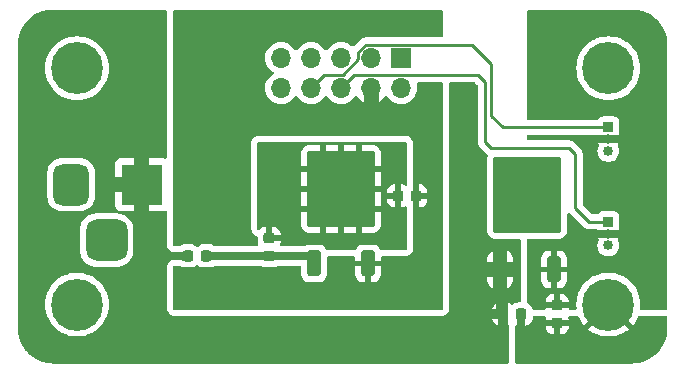
<source format=gbr>
%TF.GenerationSoftware,KiCad,Pcbnew,7.0.2-0*%
%TF.CreationDate,2023-10-10T16:02:43-04:00*%
%TF.ProjectId,WiringHarness,57697269-6e67-4486-9172-6e6573732e6b,rev?*%
%TF.SameCoordinates,Original*%
%TF.FileFunction,Copper,L1,Top*%
%TF.FilePolarity,Positive*%
%FSLAX46Y46*%
G04 Gerber Fmt 4.6, Leading zero omitted, Abs format (unit mm)*
G04 Created by KiCad (PCBNEW 7.0.2-0) date 2023-10-10 16:02:43*
%MOMM*%
%LPD*%
G01*
G04 APERTURE LIST*
G04 Aperture macros list*
%AMRoundRect*
0 Rectangle with rounded corners*
0 $1 Rounding radius*
0 $2 $3 $4 $5 $6 $7 $8 $9 X,Y pos of 4 corners*
0 Add a 4 corners polygon primitive as box body*
4,1,4,$2,$3,$4,$5,$6,$7,$8,$9,$2,$3,0*
0 Add four circle primitives for the rounded corners*
1,1,$1+$1,$2,$3*
1,1,$1+$1,$4,$5*
1,1,$1+$1,$6,$7*
1,1,$1+$1,$8,$9*
0 Add four rect primitives between the rounded corners*
20,1,$1+$1,$2,$3,$4,$5,0*
20,1,$1+$1,$4,$5,$6,$7,0*
20,1,$1+$1,$6,$7,$8,$9,0*
20,1,$1+$1,$8,$9,$2,$3,0*%
G04 Aperture macros list end*
%TA.AperFunction,ComponentPad*%
%ADD10R,0.850000X0.850000*%
%TD*%
%TA.AperFunction,ComponentPad*%
%ADD11O,0.850000X0.850000*%
%TD*%
%TA.AperFunction,SMDPad,CuDef*%
%ADD12RoundRect,0.225000X0.250000X-0.225000X0.250000X0.225000X-0.250000X0.225000X-0.250000X-0.225000X0*%
%TD*%
%TA.AperFunction,ComponentPad*%
%ADD13C,4.400000*%
%TD*%
%TA.AperFunction,SMDPad,CuDef*%
%ADD14RoundRect,0.250000X0.350000X-0.850000X0.350000X0.850000X-0.350000X0.850000X-0.350000X-0.850000X0*%
%TD*%
%TA.AperFunction,SMDPad,CuDef*%
%ADD15RoundRect,0.250000X1.125000X-1.275000X1.125000X1.275000X-1.125000X1.275000X-1.125000X-1.275000X0*%
%TD*%
%TA.AperFunction,SMDPad,CuDef*%
%ADD16RoundRect,0.249997X2.650003X-2.950003X2.650003X2.950003X-2.650003X2.950003X-2.650003X-2.950003X0*%
%TD*%
%TA.AperFunction,SMDPad,CuDef*%
%ADD17RoundRect,0.225000X-0.225000X-0.250000X0.225000X-0.250000X0.225000X0.250000X-0.225000X0.250000X0*%
%TD*%
%TA.AperFunction,SMDPad,CuDef*%
%ADD18RoundRect,0.225000X0.225000X0.250000X-0.225000X0.250000X-0.225000X-0.250000X0.225000X-0.250000X0*%
%TD*%
%TA.AperFunction,ComponentPad*%
%ADD19R,3.500000X3.500000*%
%TD*%
%TA.AperFunction,ComponentPad*%
%ADD20RoundRect,0.750000X-0.750000X-1.000000X0.750000X-1.000000X0.750000X1.000000X-0.750000X1.000000X0*%
%TD*%
%TA.AperFunction,ComponentPad*%
%ADD21RoundRect,0.875000X-0.875000X-0.875000X0.875000X-0.875000X0.875000X0.875000X-0.875000X0.875000X0*%
%TD*%
%TA.AperFunction,ComponentPad*%
%ADD22R,1.700000X1.700000*%
%TD*%
%TA.AperFunction,ComponentPad*%
%ADD23O,1.700000X1.700000*%
%TD*%
%TA.AperFunction,SMDPad,CuDef*%
%ADD24RoundRect,0.225000X-0.250000X0.225000X-0.250000X-0.225000X0.250000X-0.225000X0.250000X0.225000X0*%
%TD*%
%TA.AperFunction,SMDPad,CuDef*%
%ADD25RoundRect,0.218750X-0.218750X-0.256250X0.218750X-0.256250X0.218750X0.256250X-0.218750X0.256250X0*%
%TD*%
%TA.AperFunction,ViaPad*%
%ADD26C,0.800000*%
%TD*%
%TA.AperFunction,Conductor*%
%ADD27C,0.635000*%
%TD*%
%TA.AperFunction,Conductor*%
%ADD28C,0.254000*%
%TD*%
%TA.AperFunction,Conductor*%
%ADD29C,1.270000*%
%TD*%
%TA.AperFunction,Conductor*%
%ADD30C,0.250000*%
%TD*%
G04 APERTURE END LIST*
D10*
%TO.P,J3,1,Pin_1*%
%TO.N,/ServoX*%
X205000000Y-53000000D03*
D11*
%TO.P,J3,2,Pin_2*%
%TO.N,/VoutServo*%
X205000000Y-54000000D03*
%TO.P,J3,3,Pin_3*%
%TO.N,GND*%
X205000000Y-55000000D03*
%TD*%
D12*
%TO.P,C2,1*%
%TO.N,/Visol*%
X176276000Y-55906000D03*
%TO.P,C2,2*%
%TO.N,GND*%
X176276000Y-54356000D03*
%TD*%
D13*
%TO.P,H5,1,1*%
%TO.N,GND*%
X160000000Y-40000000D03*
%TD*%
D14*
%TO.P,U2,1,IN*%
%TO.N,/Visol*%
X180092000Y-56524000D03*
D15*
%TO.P,U2,2,GND*%
%TO.N,GND*%
X180847000Y-51899000D03*
X183897000Y-51899000D03*
D16*
X182372000Y-50224000D03*
D15*
X180847000Y-48549000D03*
X183897000Y-48549000D03*
D14*
%TO.P,U2,3,OUT*%
%TO.N,/Vsys*%
X184652000Y-56524000D03*
%TD*%
D13*
%TO.P,H3,1,1*%
%TO.N,GND*%
X160000000Y-60000000D03*
%TD*%
D10*
%TO.P,J2,1,Pin_1*%
%TO.N,/ServoY*%
X205000000Y-45000000D03*
D11*
%TO.P,J2,2,Pin_2*%
%TO.N,/VoutServo*%
X205000000Y-46000000D03*
%TO.P,J2,3,Pin_3*%
%TO.N,GND*%
X205000000Y-47000000D03*
%TD*%
D17*
%TO.P,C1,1*%
%TO.N,+12V*%
X196088000Y-60802000D03*
%TO.P,C1,2*%
%TO.N,GND*%
X197638000Y-60802000D03*
%TD*%
D18*
%TO.P,C3,1*%
%TO.N,/Vsys*%
X188735000Y-50800000D03*
%TO.P,C3,2*%
%TO.N,GND*%
X187185000Y-50800000D03*
%TD*%
D19*
%TO.P,J1,1*%
%TO.N,+12V*%
X165512000Y-49842500D03*
D20*
%TO.P,J1,2*%
%TO.N,GND*%
X159512000Y-49842500D03*
D21*
%TO.P,J1,3*%
%TO.N,N/C*%
X162512000Y-54542500D03*
%TD*%
D14*
%TO.P,U1,1,IN*%
%TO.N,+12V*%
X195840000Y-57032000D03*
D15*
%TO.P,U1,2,GND*%
%TO.N,GND*%
X196595000Y-52407000D03*
X199645000Y-52407000D03*
D16*
X198120000Y-50732000D03*
D15*
X196595000Y-49057000D03*
X199645000Y-49057000D03*
D14*
%TO.P,U1,3,OUT*%
%TO.N,/VoutServo*%
X200400000Y-57032000D03*
%TD*%
D13*
%TO.P,H2,1,1*%
%TO.N,GND*%
X205000000Y-60000000D03*
%TD*%
D22*
%TO.P,J4,1,Pin_1*%
%TO.N,unconnected-(J4-Pin_1-Pad1)*%
X187452000Y-39116000D03*
D23*
%TO.P,J4,2,Pin_2*%
%TO.N,GND*%
X187452000Y-41656000D03*
%TO.P,J4,3,Pin_3*%
%TO.N,unconnected-(J4-Pin_3-Pad3)*%
X184912000Y-39116000D03*
%TO.P,J4,4,Pin_4*%
%TO.N,/Vsys*%
X184912000Y-41656000D03*
%TO.P,J4,5,Pin_5*%
%TO.N,unconnected-(J4-Pin_5-Pad5)*%
X182372000Y-39116000D03*
%TO.P,J4,6,Pin_6*%
%TO.N,/ServoX*%
X182372000Y-41656000D03*
%TO.P,J4,7,Pin_7*%
%TO.N,unconnected-(J4-Pin_7-Pad7)*%
X179832000Y-39116000D03*
%TO.P,J4,8,Pin_8*%
%TO.N,/ServoY*%
X179832000Y-41656000D03*
%TO.P,J4,9,Pin_9*%
%TO.N,unconnected-(J4-Pin_9-Pad9)*%
X177292000Y-39116000D03*
%TO.P,J4,10,Pin_10*%
%TO.N,unconnected-(J4-Pin_10-Pad10)*%
X177292000Y-41656000D03*
%TD*%
D13*
%TO.P,H1,1,1*%
%TO.N,GND*%
X205000000Y-40000000D03*
%TD*%
D24*
%TO.P,C4,1*%
%TO.N,/VoutServo*%
X200661000Y-60027000D03*
%TO.P,C4,2*%
%TO.N,GND*%
X200661000Y-61577000D03*
%TD*%
D25*
%TO.P,FB1,1*%
%TO.N,+12V*%
X169392500Y-55880000D03*
%TO.P,FB1,2*%
%TO.N,/Visol*%
X170967500Y-55880000D03*
%TD*%
D26*
%TO.N,GND*%
X177000000Y-48000000D03*
X199644000Y-50800000D03*
X196596000Y-52324000D03*
X199644000Y-49276000D03*
X182372000Y-48768000D03*
X198628000Y-64008000D03*
X180848000Y-48768000D03*
X183896000Y-50292000D03*
X198120000Y-52324000D03*
X196596000Y-49276000D03*
X177000000Y-52000000D03*
X198120000Y-49276000D03*
X183896000Y-48768000D03*
X202000000Y-64000000D03*
X182372000Y-51816000D03*
X196596000Y-50800000D03*
X203524000Y-64000000D03*
X177000000Y-50000000D03*
X180848000Y-50292000D03*
X183896000Y-51816000D03*
X182372000Y-50292000D03*
X199644000Y-52324000D03*
X198120000Y-50800000D03*
X200152000Y-64008000D03*
X180848000Y-51816000D03*
%TD*%
D27*
%TO.N,+12V*%
X196088000Y-60802000D02*
X196088000Y-61976000D01*
X196088000Y-61976000D02*
X195580000Y-62484000D01*
X195840000Y-57032000D02*
X195840000Y-60554000D01*
X195840000Y-60554000D02*
X196088000Y-60802000D01*
X169392500Y-55880000D02*
X167132000Y-55880000D01*
%TO.N,GND*%
X197612000Y-62992000D02*
X197638000Y-62966000D01*
X197638000Y-60802000D02*
X197638000Y-62966000D01*
D28*
%TO.N,/Visol*%
X179448000Y-55880000D02*
X180092000Y-56524000D01*
D27*
X170967500Y-55880000D02*
X173736000Y-55880000D01*
X173736000Y-55880000D02*
X179448000Y-55880000D01*
D29*
%TO.N,/Vsys*%
X184912000Y-41656000D02*
X184912000Y-43688000D01*
D27*
%TO.N,/VoutServo*%
X205000000Y-46000000D02*
X203000000Y-46000000D01*
X205000000Y-54000000D02*
X203000000Y-54000000D01*
X205000000Y-54000000D02*
X206000000Y-54000000D01*
X203000000Y-46000000D02*
X206000000Y-46000000D01*
D28*
%TO.N,/ServoX*%
X205000000Y-53000000D02*
X203368000Y-53000000D01*
D30*
X195072000Y-46736000D02*
X194564000Y-46228000D01*
D28*
X182372000Y-41656000D02*
X183476000Y-40552000D01*
X183476000Y-40552000D02*
X193968000Y-40552000D01*
X203368000Y-53000000D02*
X202184000Y-51816000D01*
X202184000Y-51816000D02*
X202184000Y-47244000D01*
X193968000Y-40552000D02*
X194564000Y-41148000D01*
D30*
X194564000Y-46228000D02*
X194564000Y-41148000D01*
X200660000Y-46736000D02*
X195072000Y-46736000D01*
X201676000Y-46736000D02*
X202184000Y-47244000D01*
X201676000Y-46736000D02*
X200660000Y-46736000D01*
D28*
%TO.N,/ServoY*%
X183808000Y-38658708D02*
X184454708Y-38012000D01*
X193460000Y-38012000D02*
X195072000Y-39624000D01*
X179832000Y-41656000D02*
X180936000Y-40552000D01*
X180936000Y-40552000D02*
X182497292Y-40552000D01*
X195072000Y-44000000D02*
X195072000Y-39624000D01*
X183808000Y-39241292D02*
X183808000Y-38658708D01*
X196072000Y-45000000D02*
X195072000Y-44000000D01*
X205000000Y-45000000D02*
X196072000Y-45000000D01*
X184454708Y-38012000D02*
X193460000Y-38012000D01*
X182497292Y-40552000D02*
X183808000Y-39241292D01*
%TD*%
%TA.AperFunction,Conductor*%
%TO.N,GND*%
G36*
X187903039Y-46247685D02*
G01*
X187948794Y-46300489D01*
X187960000Y-46352000D01*
X187960000Y-49815246D01*
X187940315Y-49882285D01*
X187887511Y-49928040D01*
X187818353Y-49937984D01*
X187770904Y-49920785D01*
X187718485Y-49888453D01*
X187557606Y-49835143D01*
X187461445Y-49825319D01*
X187455168Y-49825000D01*
X187435000Y-49825000D01*
X187435000Y-51774999D01*
X187455165Y-51774999D01*
X187461447Y-51774678D01*
X187557605Y-51764856D01*
X187718483Y-51711546D01*
X187770902Y-51679214D01*
X187838294Y-51660773D01*
X187904958Y-51681694D01*
X187949728Y-51735336D01*
X187960000Y-51784752D01*
X187960000Y-55248000D01*
X187940315Y-55315039D01*
X187887511Y-55360794D01*
X187836000Y-55372000D01*
X185766713Y-55372000D01*
X185699674Y-55352315D01*
X185661174Y-55313096D01*
X185594711Y-55205342D01*
X185470657Y-55081288D01*
X185321334Y-54989186D01*
X185154797Y-54934000D01*
X185055141Y-54923819D01*
X185055122Y-54923818D01*
X185052009Y-54923500D01*
X185048860Y-54923500D01*
X184255141Y-54923500D01*
X184255121Y-54923500D01*
X184251992Y-54923501D01*
X184248860Y-54923820D01*
X184248858Y-54923821D01*
X184149203Y-54934000D01*
X183982665Y-54989186D01*
X183833342Y-55081288D01*
X183709288Y-55205342D01*
X183642826Y-55313096D01*
X183590878Y-55359821D01*
X183537287Y-55372000D01*
X181206713Y-55372000D01*
X181139674Y-55352315D01*
X181101174Y-55313096D01*
X181034711Y-55205342D01*
X180910657Y-55081288D01*
X180761334Y-54989186D01*
X180594797Y-54934000D01*
X180495141Y-54923819D01*
X180495122Y-54923818D01*
X180492009Y-54923500D01*
X180488860Y-54923500D01*
X179695141Y-54923500D01*
X179695121Y-54923500D01*
X179691992Y-54923501D01*
X179688860Y-54923820D01*
X179688858Y-54923821D01*
X179589203Y-54934000D01*
X179422665Y-54989186D01*
X179334545Y-55043539D01*
X179269449Y-55062000D01*
X177302101Y-55062000D01*
X177235062Y-55042315D01*
X177189307Y-54989511D01*
X177179363Y-54920353D01*
X177184395Y-54898996D01*
X177240856Y-54728606D01*
X177250680Y-54632445D01*
X177251000Y-54626167D01*
X177251000Y-54606000D01*
X176150000Y-54606000D01*
X176082961Y-54586315D01*
X176037206Y-54533511D01*
X176026000Y-54482000D01*
X176026000Y-53406000D01*
X176526000Y-53406000D01*
X176526000Y-54106000D01*
X177250999Y-54106000D01*
X177250999Y-54085834D01*
X177250678Y-54079552D01*
X177240856Y-53983394D01*
X177187546Y-53822513D01*
X177098573Y-53678267D01*
X176978732Y-53558426D01*
X176834486Y-53469453D01*
X176673606Y-53416143D01*
X176577445Y-53406319D01*
X176571168Y-53406000D01*
X176526000Y-53406000D01*
X176026000Y-53406000D01*
X175980835Y-53406000D01*
X175974551Y-53406321D01*
X175878394Y-53416143D01*
X175717513Y-53469453D01*
X175573267Y-53558426D01*
X175471681Y-53660013D01*
X175410358Y-53693498D01*
X175340666Y-53688514D01*
X175284733Y-53646642D01*
X175260316Y-53581178D01*
X175260000Y-53572332D01*
X175260000Y-52149000D01*
X178972000Y-52149000D01*
X178972000Y-53227663D01*
X178972904Y-53232826D01*
X178982493Y-53326697D01*
X179037641Y-53493123D01*
X179129682Y-53642346D01*
X179253653Y-53766317D01*
X179402876Y-53858358D01*
X179569301Y-53913506D01*
X179628134Y-53919516D01*
X179639124Y-53924000D01*
X179665701Y-53924000D01*
X179678304Y-53924642D01*
X179685461Y-53925373D01*
X179693419Y-53924000D01*
X179723375Y-53924000D01*
X179723384Y-53923999D01*
X180597000Y-53923999D01*
X180597000Y-52149000D01*
X181097000Y-52149000D01*
X181097000Y-53923999D01*
X182122000Y-53923999D01*
X182122000Y-52149000D01*
X182622000Y-52149000D01*
X182622000Y-53923999D01*
X183646999Y-53923999D01*
X183647000Y-53923998D01*
X183647000Y-52149000D01*
X184147000Y-52149000D01*
X184147000Y-53923999D01*
X185068831Y-53923999D01*
X185075113Y-53923678D01*
X185174697Y-53913506D01*
X185341123Y-53858358D01*
X185490346Y-53766317D01*
X185614317Y-53642346D01*
X185706358Y-53493123D01*
X185761506Y-53326698D01*
X185771680Y-53227111D01*
X185772000Y-53220833D01*
X185772000Y-52149000D01*
X184147000Y-52149000D01*
X183647000Y-52149000D01*
X182622000Y-52149000D01*
X182122000Y-52149000D01*
X181097000Y-52149000D01*
X180597000Y-52149000D01*
X178972000Y-52149000D01*
X175260000Y-52149000D01*
X175260000Y-50474000D01*
X178972000Y-50474000D01*
X178972000Y-51649000D01*
X180597000Y-51649000D01*
X180597000Y-50474000D01*
X181097000Y-50474000D01*
X181097000Y-51649000D01*
X182122000Y-51649000D01*
X182122000Y-50474000D01*
X182622000Y-50474000D01*
X182622000Y-51649000D01*
X183647000Y-51649000D01*
X183647000Y-50474000D01*
X184147000Y-50474000D01*
X184147000Y-51649000D01*
X185771999Y-51649000D01*
X185771999Y-51050000D01*
X186235001Y-51050000D01*
X186235001Y-51095165D01*
X186235321Y-51101447D01*
X186245143Y-51197605D01*
X186298453Y-51358486D01*
X186387426Y-51502732D01*
X186507267Y-51622573D01*
X186651513Y-51711546D01*
X186812393Y-51764856D01*
X186908536Y-51774678D01*
X186914851Y-51774999D01*
X186935000Y-51774999D01*
X186935000Y-51050000D01*
X186235001Y-51050000D01*
X185771999Y-51050000D01*
X185771999Y-50550000D01*
X186235000Y-50550000D01*
X186935000Y-50550000D01*
X186935000Y-49825000D01*
X186914836Y-49825000D01*
X186908550Y-49825321D01*
X186812394Y-49835143D01*
X186651513Y-49888453D01*
X186507267Y-49977426D01*
X186387426Y-50097267D01*
X186298453Y-50241513D01*
X186245143Y-50402393D01*
X186235319Y-50498554D01*
X186235000Y-50504832D01*
X186235000Y-50550000D01*
X185771999Y-50550000D01*
X185771999Y-50474000D01*
X184147000Y-50474000D01*
X183647000Y-50474000D01*
X182622000Y-50474000D01*
X182122000Y-50474000D01*
X181097000Y-50474000D01*
X180597000Y-50474000D01*
X178972000Y-50474000D01*
X175260000Y-50474000D01*
X175260000Y-48799000D01*
X178972000Y-48799000D01*
X178972000Y-49974000D01*
X180597000Y-49974000D01*
X180597000Y-48799000D01*
X181097000Y-48799000D01*
X181097000Y-49974000D01*
X182122000Y-49974000D01*
X182122000Y-48799000D01*
X182622000Y-48799000D01*
X182622000Y-49974000D01*
X183647000Y-49974000D01*
X183647000Y-48799000D01*
X184147000Y-48799000D01*
X184147000Y-49974000D01*
X185771999Y-49974000D01*
X185771999Y-49886262D01*
X185772000Y-49886251D01*
X185772000Y-48799000D01*
X184147000Y-48799000D01*
X183647000Y-48799000D01*
X182622000Y-48799000D01*
X182122000Y-48799000D01*
X181097000Y-48799000D01*
X180597000Y-48799000D01*
X178972000Y-48799000D01*
X175260000Y-48799000D01*
X175260000Y-48299000D01*
X178972000Y-48299000D01*
X180597000Y-48299000D01*
X180597000Y-46524000D01*
X181097000Y-46524000D01*
X181097000Y-48299000D01*
X182122000Y-48299000D01*
X182122000Y-46524000D01*
X182622000Y-46524000D01*
X182622000Y-48299000D01*
X183647000Y-48299000D01*
X183647000Y-46524000D01*
X184147000Y-46524000D01*
X184147000Y-48299000D01*
X185771999Y-48299000D01*
X185771999Y-47227170D01*
X185771678Y-47220888D01*
X185762148Y-47127588D01*
X185761886Y-47122449D01*
X185706358Y-46954876D01*
X185614317Y-46805653D01*
X185490346Y-46681682D01*
X185341123Y-46589641D01*
X185174698Y-46534493D01*
X185075111Y-46524319D01*
X185068834Y-46524000D01*
X184147000Y-46524000D01*
X183647000Y-46524000D01*
X182622000Y-46524000D01*
X182122000Y-46524000D01*
X181097000Y-46524000D01*
X180597000Y-46524000D01*
X179664875Y-46524000D01*
X179658399Y-46525392D01*
X179569302Y-46534493D01*
X179402876Y-46589641D01*
X179253653Y-46681682D01*
X179129682Y-46805653D01*
X179037641Y-46954876D01*
X178982493Y-47121301D01*
X178972319Y-47220888D01*
X178972000Y-47227166D01*
X178972000Y-48299000D01*
X175260000Y-48299000D01*
X175260000Y-46352000D01*
X175279685Y-46284961D01*
X175332489Y-46239206D01*
X175384000Y-46228000D01*
X187836000Y-46228000D01*
X187903039Y-46247685D01*
G37*
%TD.AperFunction*%
%TD*%
%TA.AperFunction,Conductor*%
%TO.N,GND*%
G36*
X197888000Y-61776999D02*
G01*
X197908165Y-61776999D01*
X197914447Y-61776678D01*
X198010605Y-61766856D01*
X198171486Y-61713546D01*
X198315732Y-61624573D01*
X198435573Y-61504732D01*
X198524546Y-61360486D01*
X198577856Y-61199606D01*
X198587680Y-61103445D01*
X198588000Y-61097167D01*
X198588000Y-61084000D01*
X198607685Y-61016961D01*
X198660489Y-60971206D01*
X198712000Y-60960000D01*
X199605407Y-60960000D01*
X199672446Y-60979685D01*
X199718201Y-61032489D01*
X199728145Y-61101647D01*
X199723113Y-61123003D01*
X199696144Y-61204391D01*
X199686319Y-61300554D01*
X199686000Y-61306832D01*
X199686000Y-61327000D01*
X201635999Y-61327000D01*
X201635999Y-61306834D01*
X201635678Y-61300552D01*
X201625856Y-61204394D01*
X201598886Y-61123004D01*
X201596484Y-61053176D01*
X201632216Y-60993134D01*
X201694736Y-60961941D01*
X201716592Y-60960000D01*
X202391038Y-60960000D01*
X202458077Y-60979685D01*
X202503832Y-61032489D01*
X202504114Y-61033109D01*
X202603362Y-61253631D01*
X202606836Y-61260251D01*
X202771945Y-61533373D01*
X202776191Y-61539525D01*
X202921477Y-61724968D01*
X203686445Y-60960000D01*
X204393552Y-60960000D01*
X203275030Y-62078521D01*
X203275030Y-62078522D01*
X203460474Y-62223808D01*
X203466626Y-62228054D01*
X203739748Y-62393163D01*
X203746368Y-62396637D01*
X204037410Y-62527625D01*
X204044386Y-62530270D01*
X204349092Y-62625221D01*
X204356348Y-62627009D01*
X204670267Y-62684537D01*
X204677697Y-62685439D01*
X204996264Y-62704709D01*
X205003736Y-62704709D01*
X205322302Y-62685439D01*
X205329732Y-62684537D01*
X205643651Y-62627009D01*
X205650907Y-62625221D01*
X205955613Y-62530270D01*
X205962589Y-62527625D01*
X206253631Y-62396637D01*
X206260251Y-62393163D01*
X206533369Y-62228057D01*
X206539524Y-62223808D01*
X206724968Y-62078522D01*
X206724968Y-62078521D01*
X205606448Y-60960000D01*
X206313553Y-60960000D01*
X207078521Y-61724968D01*
X207078522Y-61724968D01*
X207223808Y-61539524D01*
X207228057Y-61533369D01*
X207393163Y-61260251D01*
X207396637Y-61253631D01*
X207495886Y-61033109D01*
X207541350Y-60980055D01*
X207608281Y-60960002D01*
X207608962Y-60960000D01*
X209875500Y-60960000D01*
X209942539Y-60979685D01*
X209988294Y-61032489D01*
X209999500Y-61084000D01*
X209999500Y-61996753D01*
X209999330Y-62003243D01*
X209992509Y-62133382D01*
X209982372Y-62313887D01*
X209981040Y-62326331D01*
X209957394Y-62475629D01*
X209930263Y-62635308D01*
X209927791Y-62646624D01*
X209887579Y-62796701D01*
X209843653Y-62949170D01*
X209840268Y-62959263D01*
X209784462Y-63104645D01*
X209783259Y-63107661D01*
X209723575Y-63251751D01*
X209719498Y-63260594D01*
X209648433Y-63400064D01*
X209646477Y-63403748D01*
X209571430Y-63539538D01*
X209566897Y-63547094D01*
X209481412Y-63678728D01*
X209478546Y-63682947D01*
X209389002Y-63809147D01*
X209384239Y-63815428D01*
X209285333Y-63937567D01*
X209281427Y-63942158D01*
X209178419Y-64057424D01*
X209173640Y-64062478D01*
X209062478Y-64173640D01*
X209057424Y-64178419D01*
X208942158Y-64281427D01*
X208937567Y-64285333D01*
X208815428Y-64384239D01*
X208809147Y-64389002D01*
X208682947Y-64478546D01*
X208678728Y-64481412D01*
X208547094Y-64566897D01*
X208539538Y-64571430D01*
X208403748Y-64646477D01*
X208400064Y-64648433D01*
X208260594Y-64719498D01*
X208251751Y-64723575D01*
X208107661Y-64783259D01*
X208104645Y-64784462D01*
X207959271Y-64840265D01*
X207949162Y-64843655D01*
X207796702Y-64887579D01*
X207646619Y-64927793D01*
X207635313Y-64930262D01*
X207475630Y-64957394D01*
X207326328Y-64981040D01*
X207313890Y-64982371D01*
X207133382Y-64992509D01*
X207003244Y-64999330D01*
X206996754Y-64999500D01*
X197228000Y-64999500D01*
X197160961Y-64979815D01*
X197115206Y-64927011D01*
X197104000Y-64875500D01*
X197104000Y-61885095D01*
X197121059Y-61827000D01*
X199686001Y-61827000D01*
X199686001Y-61847165D01*
X199686321Y-61853447D01*
X199696143Y-61949605D01*
X199749453Y-62110486D01*
X199838426Y-62254732D01*
X199958267Y-62374573D01*
X200102513Y-62463546D01*
X200263393Y-62516856D01*
X200359535Y-62526678D01*
X200365852Y-62526999D01*
X200410999Y-62526999D01*
X200411000Y-62526998D01*
X200411000Y-61827000D01*
X200911000Y-61827000D01*
X200911000Y-62526999D01*
X200956165Y-62526999D01*
X200962447Y-62526678D01*
X201058605Y-62516856D01*
X201219486Y-62463546D01*
X201363732Y-62374573D01*
X201483573Y-62254732D01*
X201572546Y-62110486D01*
X201625856Y-61949606D01*
X201635680Y-61853445D01*
X201636000Y-61847167D01*
X201636000Y-61827000D01*
X200911000Y-61827000D01*
X200411000Y-61827000D01*
X199686001Y-61827000D01*
X197121059Y-61827000D01*
X197123685Y-61818056D01*
X197176489Y-61772301D01*
X197245647Y-61762357D01*
X197264236Y-61766737D01*
X197361536Y-61776678D01*
X197367851Y-61776999D01*
X197388000Y-61776999D01*
X197388000Y-60960000D01*
X197888000Y-60960000D01*
X197888000Y-61776999D01*
G37*
%TD.AperFunction*%
%TD*%
%TA.AperFunction,Conductor*%
%TO.N,+12V*%
G36*
X167585539Y-35071685D02*
G01*
X167631294Y-35124489D01*
X167642500Y-35176000D01*
X167642500Y-47522177D01*
X167622815Y-47589216D01*
X167570011Y-47634971D01*
X167500853Y-47644915D01*
X167475167Y-47638359D01*
X167369373Y-47598900D01*
X167313132Y-47592854D01*
X167306518Y-47592500D01*
X166147000Y-47592500D01*
X166147000Y-52092500D01*
X167306518Y-52092500D01*
X167313132Y-52092145D01*
X167369371Y-52086099D01*
X167475166Y-52046640D01*
X167544858Y-52041656D01*
X167606181Y-52075141D01*
X167639666Y-52136464D01*
X167642500Y-52162821D01*
X167642500Y-54938000D01*
X167642854Y-54941294D01*
X167642855Y-54941309D01*
X167653697Y-55042145D01*
X167654053Y-55045456D01*
X167654757Y-55048693D01*
X167654759Y-55048704D01*
X167664553Y-55093722D01*
X167665259Y-55096967D01*
X167666305Y-55100110D01*
X167666309Y-55100124D01*
X167699385Y-55199503D01*
X167777173Y-55320541D01*
X167777175Y-55320543D01*
X167822930Y-55373347D01*
X167931664Y-55467567D01*
X168062541Y-55527338D01*
X168129580Y-55547023D01*
X168129584Y-55547024D01*
X168272000Y-55567500D01*
X168674975Y-55567500D01*
X168679259Y-55567500D01*
X168817183Y-55548320D01*
X168882280Y-55529858D01*
X169009734Y-55473776D01*
X169030506Y-55460962D01*
X169095605Y-55442500D01*
X169687919Y-55442500D01*
X169754958Y-55462185D01*
X169765723Y-55469947D01*
X169783804Y-55484517D01*
X169823654Y-55541909D01*
X169830000Y-55581070D01*
X169830000Y-56181630D01*
X169810315Y-56248669D01*
X169780314Y-56280895D01*
X169767985Y-56290125D01*
X169758769Y-56296398D01*
X169754489Y-56299038D01*
X169689391Y-56317500D01*
X169095607Y-56317500D01*
X169030510Y-56299039D01*
X169026228Y-56296398D01*
X169009732Y-56286223D01*
X169005812Y-56284498D01*
X169005810Y-56284497D01*
X168886201Y-56231867D01*
X168886197Y-56231865D01*
X168882280Y-56230142D01*
X168878167Y-56228975D01*
X168878160Y-56228973D01*
X168821302Y-56212848D01*
X168821299Y-56212847D01*
X168817183Y-56211680D01*
X168759777Y-56203697D01*
X168683503Y-56193090D01*
X168683500Y-56193089D01*
X168679259Y-56192500D01*
X168272000Y-56192500D01*
X168268706Y-56192854D01*
X168268690Y-56192855D01*
X168167854Y-56203697D01*
X168167851Y-56203697D01*
X168164544Y-56204053D01*
X168161309Y-56204756D01*
X168161295Y-56204759D01*
X168116277Y-56214553D01*
X168116272Y-56214554D01*
X168113033Y-56215259D01*
X168109893Y-56216303D01*
X168109875Y-56216309D01*
X168010496Y-56249385D01*
X167889458Y-56327173D01*
X167836652Y-56372931D01*
X167742432Y-56481664D01*
X167682662Y-56612539D01*
X167663474Y-56677886D01*
X167662977Y-56679580D01*
X167662976Y-56679584D01*
X167662527Y-56682706D01*
X167662524Y-56682722D01*
X167642499Y-56821999D01*
X167642500Y-56822000D01*
X167642500Y-60328000D01*
X167642854Y-60331294D01*
X167642855Y-60331309D01*
X167645080Y-60351999D01*
X167654053Y-60435456D01*
X167654757Y-60438693D01*
X167654759Y-60438704D01*
X167662202Y-60472916D01*
X167665259Y-60486967D01*
X167666305Y-60490110D01*
X167666309Y-60490124D01*
X167699385Y-60589503D01*
X167777173Y-60710541D01*
X167777175Y-60710543D01*
X167822930Y-60763347D01*
X167931664Y-60857567D01*
X168062541Y-60917338D01*
X168129580Y-60937023D01*
X168129584Y-60937024D01*
X168272000Y-60957500D01*
X190880676Y-60957500D01*
X190884000Y-60957500D01*
X190991456Y-60945947D01*
X191042967Y-60934741D01*
X191072165Y-60925022D01*
X191145503Y-60900614D01*
X191266541Y-60822826D01*
X191266543Y-60822825D01*
X191319347Y-60777070D01*
X191413567Y-60668336D01*
X191473338Y-60537459D01*
X191493023Y-60470420D01*
X191493024Y-60470416D01*
X191510050Y-60351999D01*
X195165504Y-60351999D01*
X195165505Y-60352000D01*
X195638000Y-60352000D01*
X195637999Y-59862789D01*
X195554513Y-59890453D01*
X195410267Y-59979426D01*
X195290426Y-60099267D01*
X195201453Y-60243513D01*
X195165504Y-60351999D01*
X191510050Y-60351999D01*
X191513500Y-60328000D01*
X191513500Y-57632000D01*
X194740001Y-57632000D01*
X194740001Y-57928829D01*
X194740321Y-57935111D01*
X194750493Y-58034695D01*
X194805642Y-58201122D01*
X194897683Y-58350345D01*
X195021653Y-58474315D01*
X195170880Y-58566359D01*
X195240000Y-58589262D01*
X195240000Y-57632000D01*
X196440000Y-57632000D01*
X196440000Y-58589262D01*
X196509119Y-58566359D01*
X196658346Y-58474315D01*
X196782316Y-58350345D01*
X196874357Y-58201122D01*
X196929506Y-58034696D01*
X196939680Y-57935109D01*
X196940000Y-57928831D01*
X196940000Y-57632000D01*
X196440000Y-57632000D01*
X195240000Y-57632000D01*
X194740001Y-57632000D01*
X191513500Y-57632000D01*
X191513500Y-56432000D01*
X194740000Y-56432000D01*
X195240000Y-56432000D01*
X195240000Y-55474737D01*
X196440000Y-55474737D01*
X196440000Y-56432000D01*
X196939999Y-56432000D01*
X196939999Y-56135170D01*
X196939678Y-56128888D01*
X196929506Y-56029304D01*
X196874357Y-55862877D01*
X196782316Y-55713654D01*
X196658346Y-55589684D01*
X196509121Y-55497641D01*
X196440000Y-55474737D01*
X195240000Y-55474737D01*
X195170878Y-55497641D01*
X195021653Y-55589684D01*
X194897683Y-55713654D01*
X194805642Y-55862877D01*
X194750493Y-56029303D01*
X194740319Y-56128890D01*
X194740000Y-56135168D01*
X194740000Y-56432000D01*
X191513500Y-56432000D01*
X191513500Y-41303500D01*
X191513500Y-41303499D01*
X191533185Y-41236461D01*
X191585989Y-41190706D01*
X191637500Y-41179500D01*
X193656719Y-41179500D01*
X193723758Y-41199185D01*
X193744395Y-41215814D01*
X193902182Y-41373600D01*
X193935666Y-41434922D01*
X193938500Y-41461280D01*
X193938500Y-46145256D01*
X193936235Y-46165766D01*
X193938439Y-46235872D01*
X193938500Y-46239767D01*
X193938500Y-46267350D01*
X193938988Y-46271219D01*
X193938989Y-46271225D01*
X193939004Y-46271343D01*
X193939918Y-46282967D01*
X193941290Y-46326626D01*
X193946879Y-46345860D01*
X193950825Y-46364916D01*
X193953335Y-46384792D01*
X193969414Y-46425404D01*
X193973197Y-46436451D01*
X193985382Y-46478391D01*
X193995580Y-46495635D01*
X194004136Y-46513100D01*
X194011514Y-46531732D01*
X194011515Y-46531733D01*
X194037180Y-46567059D01*
X194043593Y-46576822D01*
X194065826Y-46614416D01*
X194065829Y-46614419D01*
X194065830Y-46614420D01*
X194079995Y-46628585D01*
X194092627Y-46643375D01*
X194104406Y-46659587D01*
X194138058Y-46687426D01*
X194146699Y-46695289D01*
X194571194Y-47119784D01*
X194584094Y-47135886D01*
X194635223Y-47183900D01*
X194638020Y-47186611D01*
X194657529Y-47206120D01*
X194660709Y-47208587D01*
X194669571Y-47216155D01*
X194701418Y-47246061D01*
X194701418Y-47246062D01*
X194718970Y-47255711D01*
X194735238Y-47266397D01*
X194762891Y-47287848D01*
X194803796Y-47344492D01*
X194807584Y-47414259D01*
X194792429Y-47450917D01*
X194785186Y-47462659D01*
X194730000Y-47629200D01*
X194719819Y-47728855D01*
X194719817Y-47728875D01*
X194719500Y-47731988D01*
X194719500Y-47735116D01*
X194719499Y-47735136D01*
X194719499Y-53728863D01*
X194719500Y-53728882D01*
X194719500Y-53732012D01*
X194719818Y-53735125D01*
X194719819Y-53735144D01*
X194730000Y-53834799D01*
X194785185Y-54001338D01*
X194877287Y-54150657D01*
X195001342Y-54274712D01*
X195150661Y-54366814D01*
X195317200Y-54421999D01*
X195416855Y-54432180D01*
X195416856Y-54432180D01*
X195419988Y-54432500D01*
X195419991Y-54432500D01*
X197490500Y-54432500D01*
X197557539Y-54452185D01*
X197603294Y-54504989D01*
X197614500Y-54556500D01*
X197614500Y-59702500D01*
X197594815Y-59769539D01*
X197542011Y-59815294D01*
X197490501Y-59826500D01*
X197367805Y-59826500D01*
X197367785Y-59826500D01*
X197364656Y-59826501D01*
X197361524Y-59826820D01*
X197361522Y-59826821D01*
X197265292Y-59836650D01*
X197104300Y-59889997D01*
X196959954Y-59979031D01*
X196950325Y-59988661D01*
X196889001Y-60022145D01*
X196819310Y-60017159D01*
X196774965Y-59988659D01*
X196765732Y-59979426D01*
X196621486Y-59890453D01*
X196538000Y-59862789D01*
X196538000Y-61741210D01*
X196550730Y-61750403D01*
X196593556Y-61805609D01*
X196600874Y-61868576D01*
X196598500Y-61885090D01*
X196598500Y-64875500D01*
X196578815Y-64942539D01*
X196526011Y-64988294D01*
X196474500Y-64999500D01*
X158003247Y-64999500D01*
X157996757Y-64999330D01*
X157866617Y-64992509D01*
X157686111Y-64982372D01*
X157673666Y-64981040D01*
X157524369Y-64957394D01*
X157364690Y-64930263D01*
X157353374Y-64927791D01*
X157203298Y-64887579D01*
X157050828Y-64843653D01*
X157040735Y-64840268D01*
X156895353Y-64784462D01*
X156892337Y-64783259D01*
X156748247Y-64723575D01*
X156739404Y-64719498D01*
X156599934Y-64648433D01*
X156596250Y-64646477D01*
X156460460Y-64571430D01*
X156452921Y-64566907D01*
X156321266Y-64481409D01*
X156317051Y-64478546D01*
X156190851Y-64389002D01*
X156184570Y-64384239D01*
X156062431Y-64285333D01*
X156057840Y-64281427D01*
X155942574Y-64178419D01*
X155937520Y-64173640D01*
X155826358Y-64062478D01*
X155821579Y-64057424D01*
X155718571Y-63942158D01*
X155714665Y-63937567D01*
X155615759Y-63815428D01*
X155610996Y-63809147D01*
X155521452Y-63682947D01*
X155518604Y-63678754D01*
X155433081Y-63547061D01*
X155428568Y-63539538D01*
X155353521Y-63403748D01*
X155351565Y-63400064D01*
X155280500Y-63260594D01*
X155276430Y-63251768D01*
X155216714Y-63107599D01*
X155215562Y-63104710D01*
X155159729Y-62959260D01*
X155156347Y-62949174D01*
X155112414Y-62796679D01*
X155098082Y-62743191D01*
X155072202Y-62646605D01*
X155069738Y-62635323D01*
X155042601Y-62475606D01*
X155018956Y-62326316D01*
X155017627Y-62313890D01*
X155012830Y-62228467D01*
X155007503Y-62133627D01*
X155000669Y-62003243D01*
X155000500Y-61996755D01*
X155000500Y-60000000D01*
X157294564Y-60000000D01*
X157294790Y-60003736D01*
X157314063Y-60322362D01*
X157314064Y-60322372D01*
X157314290Y-60326104D01*
X157314963Y-60329778D01*
X157314965Y-60329792D01*
X157372502Y-60643762D01*
X157372504Y-60643771D01*
X157373179Y-60647453D01*
X157374295Y-60651036D01*
X157374296Y-60651038D01*
X157463553Y-60937475D01*
X157470373Y-60959361D01*
X157604455Y-61257279D01*
X157606388Y-61260477D01*
X157606392Y-61260484D01*
X157771532Y-61533658D01*
X157771536Y-61533663D01*
X157773470Y-61536863D01*
X157974952Y-61794036D01*
X158205964Y-62025048D01*
X158463137Y-62226530D01*
X158466339Y-62228466D01*
X158466341Y-62228467D01*
X158628224Y-62326329D01*
X158742721Y-62395545D01*
X159040639Y-62529627D01*
X159352547Y-62626821D01*
X159673896Y-62685710D01*
X160000000Y-62705436D01*
X160326104Y-62685710D01*
X160647453Y-62626821D01*
X160959361Y-62529627D01*
X161257279Y-62395545D01*
X161536863Y-62226530D01*
X161794036Y-62025048D01*
X162025048Y-61794036D01*
X162226530Y-61536863D01*
X162395545Y-61257279D01*
X162397921Y-61252000D01*
X195165505Y-61252000D01*
X195201453Y-61360486D01*
X195290426Y-61504732D01*
X195410265Y-61624571D01*
X195554518Y-61713547D01*
X195637999Y-61741210D01*
X195638000Y-61741210D01*
X195638000Y-61252000D01*
X195165505Y-61252000D01*
X162397921Y-61252000D01*
X162529627Y-60959361D01*
X162626821Y-60647453D01*
X162685710Y-60326104D01*
X162705436Y-60000000D01*
X162704191Y-59979426D01*
X162702361Y-59949165D01*
X162685710Y-59673896D01*
X162626821Y-59352547D01*
X162529627Y-59040639D01*
X162395545Y-58742721D01*
X162393607Y-58739515D01*
X162228467Y-58466341D01*
X162228466Y-58466339D01*
X162226530Y-58463137D01*
X162025048Y-58205964D01*
X161794036Y-57974952D01*
X161536863Y-57773470D01*
X161533663Y-57771536D01*
X161533658Y-57771532D01*
X161260484Y-57606392D01*
X161260477Y-57606388D01*
X161257279Y-57604455D01*
X160959361Y-57470373D01*
X160647453Y-57373179D01*
X160643771Y-57372504D01*
X160643762Y-57372502D01*
X160329792Y-57314965D01*
X160329778Y-57314963D01*
X160326104Y-57314290D01*
X160322372Y-57314064D01*
X160322362Y-57314063D01*
X160003736Y-57294790D01*
X160000000Y-57294564D01*
X159996264Y-57294790D01*
X159677637Y-57314063D01*
X159677625Y-57314064D01*
X159673896Y-57314290D01*
X159670223Y-57314962D01*
X159670207Y-57314965D01*
X159356237Y-57372502D01*
X159356224Y-57372505D01*
X159352547Y-57373179D01*
X159348967Y-57374294D01*
X159348961Y-57374296D01*
X159044216Y-57469258D01*
X159044210Y-57469260D01*
X159040639Y-57470373D01*
X159037230Y-57471907D01*
X159037228Y-57471908D01*
X158746135Y-57602918D01*
X158746128Y-57602921D01*
X158742721Y-57604455D01*
X158739528Y-57606384D01*
X158739515Y-57606392D01*
X158466341Y-57771532D01*
X158466328Y-57771540D01*
X158463137Y-57773470D01*
X158460195Y-57775774D01*
X158460189Y-57775779D01*
X158264833Y-57928831D01*
X158205964Y-57974952D01*
X158203318Y-57977597D01*
X158203310Y-57977605D01*
X157977605Y-58203310D01*
X157977597Y-58203318D01*
X157974952Y-58205964D01*
X157972640Y-58208914D01*
X157972640Y-58208915D01*
X157775779Y-58460189D01*
X157775774Y-58460195D01*
X157773470Y-58463137D01*
X157771540Y-58466328D01*
X157771532Y-58466341D01*
X157606392Y-58739515D01*
X157606384Y-58739528D01*
X157604455Y-58742721D01*
X157470373Y-59040639D01*
X157373179Y-59352547D01*
X157372505Y-59356224D01*
X157372502Y-59356237D01*
X157314965Y-59670207D01*
X157314962Y-59670223D01*
X157314290Y-59673896D01*
X157314064Y-59677625D01*
X157314063Y-59677637D01*
X157295250Y-59988659D01*
X157294564Y-60000000D01*
X155000500Y-60000000D01*
X155000500Y-55511122D01*
X160261500Y-55511122D01*
X160261586Y-55512747D01*
X160261587Y-55512772D01*
X160264067Y-55559459D01*
X160264067Y-55559466D01*
X160264295Y-55563741D01*
X160308755Y-55793626D01*
X160391426Y-56012690D01*
X160509930Y-56214632D01*
X160660858Y-56393642D01*
X160839868Y-56544570D01*
X161041810Y-56663074D01*
X161260874Y-56745745D01*
X161490759Y-56790205D01*
X161543378Y-56793000D01*
X161545022Y-56793000D01*
X163478978Y-56793000D01*
X163480622Y-56793000D01*
X163533241Y-56790205D01*
X163763126Y-56745745D01*
X163982190Y-56663074D01*
X164184132Y-56544570D01*
X164363142Y-56393642D01*
X164514070Y-56214632D01*
X164632574Y-56012690D01*
X164715245Y-55793626D01*
X164759705Y-55563741D01*
X164762500Y-55511122D01*
X164762500Y-53573878D01*
X164759705Y-53521259D01*
X164715245Y-53291374D01*
X164632574Y-53072310D01*
X164514070Y-52870368D01*
X164363142Y-52691358D01*
X164184132Y-52540430D01*
X163982190Y-52421926D01*
X163763126Y-52339255D01*
X163763125Y-52339254D01*
X163763123Y-52339254D01*
X163758908Y-52338439D01*
X163757897Y-52338243D01*
X163695816Y-52306188D01*
X163660920Y-52245656D01*
X163664290Y-52175868D01*
X163704855Y-52118980D01*
X163769737Y-52093054D01*
X163781444Y-52092500D01*
X164877000Y-52092500D01*
X164877000Y-50878263D01*
X165012000Y-50878263D01*
X165027320Y-50984815D01*
X165087048Y-51115600D01*
X165181202Y-51224261D01*
X165302156Y-51301993D01*
X165440111Y-51342500D01*
X165583889Y-51342500D01*
X165721844Y-51301993D01*
X165842798Y-51224261D01*
X165936952Y-51115600D01*
X165996680Y-50984815D01*
X166012000Y-50878263D01*
X166012000Y-48806737D01*
X165996680Y-48700185D01*
X165936952Y-48569400D01*
X165842798Y-48460739D01*
X165721844Y-48383007D01*
X165583889Y-48342500D01*
X165440111Y-48342500D01*
X165302156Y-48383007D01*
X165181202Y-48460739D01*
X165087048Y-48569400D01*
X165027320Y-48700185D01*
X165012000Y-48806737D01*
X165012000Y-50878263D01*
X164877000Y-50878263D01*
X164877000Y-50477500D01*
X163262000Y-50477500D01*
X163262000Y-51637018D01*
X163262354Y-51643632D01*
X163268400Y-51699871D01*
X163318647Y-51834589D01*
X163404811Y-51949688D01*
X163519911Y-52035852D01*
X163568607Y-52054015D01*
X163624541Y-52095886D01*
X163648958Y-52161350D01*
X163634106Y-52229623D01*
X163584701Y-52279029D01*
X163518699Y-52294022D01*
X163480622Y-52292000D01*
X161543378Y-52292000D01*
X161541753Y-52292086D01*
X161541727Y-52292087D01*
X161495040Y-52294567D01*
X161495031Y-52294568D01*
X161490759Y-52294795D01*
X161486561Y-52295606D01*
X161486552Y-52295608D01*
X161260877Y-52339254D01*
X161041807Y-52421927D01*
X160839868Y-52540430D01*
X160660858Y-52691358D01*
X160509930Y-52870368D01*
X160391427Y-53072307D01*
X160308754Y-53291377D01*
X160265108Y-53517052D01*
X160265106Y-53517061D01*
X160264295Y-53521259D01*
X160264068Y-53525531D01*
X160264067Y-53525540D01*
X160261587Y-53572227D01*
X160261586Y-53572253D01*
X160261500Y-53573878D01*
X160261500Y-55511122D01*
X155000500Y-55511122D01*
X155000500Y-50904295D01*
X157511500Y-50904295D01*
X157511501Y-50906716D01*
X157511691Y-50909135D01*
X157511692Y-50909151D01*
X157521904Y-51038916D01*
X157576902Y-51257181D01*
X157669992Y-51462125D01*
X157798180Y-51647154D01*
X157957345Y-51806319D01*
X158142374Y-51934507D01*
X158347318Y-52027597D01*
X158565583Y-52082595D01*
X158565584Y-52082595D01*
X158565588Y-52082596D01*
X158697783Y-52093000D01*
X160326216Y-52092999D01*
X160458412Y-52082596D01*
X160487998Y-52075141D01*
X160676681Y-52027597D01*
X160711063Y-52011979D01*
X160881626Y-51934507D01*
X161066654Y-51806319D01*
X161225819Y-51647154D01*
X161354007Y-51462126D01*
X161447096Y-51257183D01*
X161502096Y-51038912D01*
X161512500Y-50906717D01*
X161512499Y-49207500D01*
X163262000Y-49207500D01*
X164877000Y-49207500D01*
X164877000Y-47592500D01*
X163717482Y-47592500D01*
X163710867Y-47592854D01*
X163654628Y-47598900D01*
X163519910Y-47649147D01*
X163404811Y-47735311D01*
X163318647Y-47850410D01*
X163268400Y-47985128D01*
X163262354Y-48041367D01*
X163262000Y-48047981D01*
X163262000Y-49207500D01*
X161512499Y-49207500D01*
X161512499Y-48778284D01*
X161502096Y-48646088D01*
X161502095Y-48646083D01*
X161447097Y-48427818D01*
X161354007Y-48222874D01*
X161225819Y-48037845D01*
X161066654Y-47878680D01*
X160881625Y-47750492D01*
X160676681Y-47657402D01*
X160458416Y-47602404D01*
X160328651Y-47592191D01*
X160328636Y-47592190D01*
X160326217Y-47592000D01*
X160323771Y-47592000D01*
X158700229Y-47592000D01*
X158700203Y-47592000D01*
X158697784Y-47592001D01*
X158695365Y-47592191D01*
X158695348Y-47592192D01*
X158565583Y-47602404D01*
X158347318Y-47657402D01*
X158142374Y-47750492D01*
X157957345Y-47878680D01*
X157798180Y-48037845D01*
X157669992Y-48222874D01*
X157576902Y-48427818D01*
X157521904Y-48646083D01*
X157511691Y-48775848D01*
X157511690Y-48775864D01*
X157511500Y-48778283D01*
X157511500Y-48780727D01*
X157511500Y-48780728D01*
X157511500Y-50904270D01*
X157511500Y-50904295D01*
X155000500Y-50904295D01*
X155000500Y-40000000D01*
X157294564Y-40000000D01*
X157294790Y-40003736D01*
X157314063Y-40322362D01*
X157314064Y-40322372D01*
X157314290Y-40326104D01*
X157314963Y-40329778D01*
X157314965Y-40329792D01*
X157372502Y-40643762D01*
X157372504Y-40643771D01*
X157373179Y-40647453D01*
X157470373Y-40959361D01*
X157604455Y-41257279D01*
X157606388Y-41260477D01*
X157606392Y-41260484D01*
X157771532Y-41533658D01*
X157771536Y-41533663D01*
X157773470Y-41536863D01*
X157974952Y-41794036D01*
X158205964Y-42025048D01*
X158463137Y-42226530D01*
X158742721Y-42395545D01*
X159040639Y-42529627D01*
X159352547Y-42626821D01*
X159673896Y-42685710D01*
X160000000Y-42705436D01*
X160326104Y-42685710D01*
X160647453Y-42626821D01*
X160959361Y-42529627D01*
X161257279Y-42395545D01*
X161536863Y-42226530D01*
X161794036Y-42025048D01*
X162025048Y-41794036D01*
X162226530Y-41536863D01*
X162395545Y-41257279D01*
X162529627Y-40959361D01*
X162626821Y-40647453D01*
X162685710Y-40326104D01*
X162705436Y-40000000D01*
X162685710Y-39673896D01*
X162626821Y-39352547D01*
X162529627Y-39040639D01*
X162395545Y-38742721D01*
X162226530Y-38463137D01*
X162025048Y-38205964D01*
X161794036Y-37974952D01*
X161536863Y-37773470D01*
X161533663Y-37771536D01*
X161533658Y-37771532D01*
X161260484Y-37606392D01*
X161260477Y-37606388D01*
X161257279Y-37604455D01*
X160959361Y-37470373D01*
X160955783Y-37469258D01*
X160651038Y-37374296D01*
X160651036Y-37374295D01*
X160647453Y-37373179D01*
X160643771Y-37372504D01*
X160643762Y-37372502D01*
X160329792Y-37314965D01*
X160329778Y-37314963D01*
X160326104Y-37314290D01*
X160322372Y-37314064D01*
X160322362Y-37314063D01*
X160003736Y-37294790D01*
X160000000Y-37294564D01*
X159996264Y-37294790D01*
X159677637Y-37314063D01*
X159677625Y-37314064D01*
X159673896Y-37314290D01*
X159670223Y-37314962D01*
X159670207Y-37314965D01*
X159356237Y-37372502D01*
X159356224Y-37372505D01*
X159352547Y-37373179D01*
X159348967Y-37374294D01*
X159348961Y-37374296D01*
X159044216Y-37469258D01*
X159044210Y-37469260D01*
X159040639Y-37470373D01*
X159037230Y-37471907D01*
X159037228Y-37471908D01*
X158746135Y-37602918D01*
X158746128Y-37602921D01*
X158742721Y-37604455D01*
X158739528Y-37606384D01*
X158739515Y-37606392D01*
X158466341Y-37771532D01*
X158466328Y-37771540D01*
X158463137Y-37773470D01*
X158460195Y-37775774D01*
X158460189Y-37775779D01*
X158344233Y-37866625D01*
X158205964Y-37974952D01*
X158203318Y-37977597D01*
X158203310Y-37977605D01*
X157977605Y-38203310D01*
X157977597Y-38203318D01*
X157974952Y-38205964D01*
X157972640Y-38208914D01*
X157972640Y-38208915D01*
X157775779Y-38460189D01*
X157775774Y-38460195D01*
X157773470Y-38463137D01*
X157771540Y-38466328D01*
X157771532Y-38466341D01*
X157606392Y-38739515D01*
X157606384Y-38739528D01*
X157604455Y-38742721D01*
X157470373Y-39040639D01*
X157469260Y-39044210D01*
X157469258Y-39044216D01*
X157394590Y-39283837D01*
X157373179Y-39352547D01*
X157372505Y-39356224D01*
X157372502Y-39356237D01*
X157314965Y-39670207D01*
X157314962Y-39670223D01*
X157314290Y-39673896D01*
X157314064Y-39677625D01*
X157314063Y-39677637D01*
X157297049Y-39958922D01*
X157294564Y-40000000D01*
X155000500Y-40000000D01*
X155000500Y-38003245D01*
X155000670Y-37996755D01*
X155007490Y-37866625D01*
X155017628Y-37686089D01*
X155018955Y-37673692D01*
X155042611Y-37524331D01*
X155069739Y-37364669D01*
X155072203Y-37353388D01*
X155112425Y-37203279D01*
X155156353Y-37050803D01*
X155159721Y-37040759D01*
X155215583Y-36895233D01*
X155216692Y-36892452D01*
X155276439Y-36748212D01*
X155280488Y-36739429D01*
X155351569Y-36599925D01*
X155353521Y-36596250D01*
X155428588Y-36460426D01*
X155433065Y-36452962D01*
X155518633Y-36321199D01*
X155521434Y-36317077D01*
X155611010Y-36190832D01*
X155615733Y-36184603D01*
X155714702Y-36062386D01*
X155718532Y-36057885D01*
X155821613Y-35942537D01*
X155826323Y-35937556D01*
X155937556Y-35826323D01*
X155942537Y-35821613D01*
X156057885Y-35718532D01*
X156062386Y-35714702D01*
X156184603Y-35615733D01*
X156190832Y-35611010D01*
X156317077Y-35521434D01*
X156321199Y-35518633D01*
X156452962Y-35433065D01*
X156460426Y-35428588D01*
X156596255Y-35353517D01*
X156599934Y-35351565D01*
X156619395Y-35341649D01*
X156739429Y-35280488D01*
X156748212Y-35276439D01*
X156892452Y-35216692D01*
X156895233Y-35215583D01*
X157040753Y-35159724D01*
X157050818Y-35156349D01*
X157203242Y-35112435D01*
X157353427Y-35072193D01*
X157364655Y-35069741D01*
X157453186Y-35054699D01*
X157458766Y-35053752D01*
X157479535Y-35052000D01*
X167518500Y-35052000D01*
X167585539Y-35071685D01*
G37*
%TD.AperFunction*%
%TD*%
%TA.AperFunction,Conductor*%
%TO.N,/Vsys*%
G36*
X190951039Y-35071685D02*
G01*
X190996794Y-35124489D01*
X191008000Y-35176000D01*
X191008000Y-37260500D01*
X190988315Y-37327539D01*
X190935511Y-37373294D01*
X190884000Y-37384500D01*
X184537674Y-37384500D01*
X184517107Y-37382229D01*
X184446803Y-37384439D01*
X184442908Y-37384500D01*
X184415232Y-37384500D01*
X184411360Y-37384988D01*
X184411343Y-37384990D01*
X184411201Y-37385008D01*
X184399582Y-37385922D01*
X184355765Y-37387299D01*
X184336432Y-37392916D01*
X184317386Y-37396860D01*
X184297413Y-37399383D01*
X184256661Y-37415518D01*
X184245613Y-37419301D01*
X184203515Y-37431532D01*
X184186188Y-37441779D01*
X184168720Y-37450336D01*
X184150003Y-37457746D01*
X184114533Y-37483516D01*
X184104775Y-37489927D01*
X184067052Y-37512237D01*
X184067050Y-37512238D01*
X184067051Y-37512238D01*
X184052815Y-37526473D01*
X184038027Y-37539103D01*
X184021741Y-37550936D01*
X183993799Y-37584711D01*
X183985938Y-37593349D01*
X183460273Y-38119015D01*
X183398950Y-38152500D01*
X183329259Y-38147516D01*
X183284911Y-38119015D01*
X183243404Y-38077508D01*
X183243403Y-38077507D01*
X183243401Y-38077505D01*
X183049830Y-37941965D01*
X182835663Y-37842097D01*
X182774502Y-37825709D01*
X182607407Y-37780936D01*
X182372000Y-37760340D01*
X182136592Y-37780936D01*
X181908336Y-37842097D01*
X181694170Y-37941965D01*
X181500598Y-38077505D01*
X181333505Y-38244598D01*
X181203575Y-38430159D01*
X181148998Y-38473784D01*
X181079500Y-38480978D01*
X181017145Y-38449455D01*
X181000425Y-38430159D01*
X180985449Y-38408771D01*
X180870495Y-38244599D01*
X180703401Y-38077505D01*
X180509830Y-37941965D01*
X180295663Y-37842097D01*
X180234502Y-37825709D01*
X180067407Y-37780936D01*
X179832000Y-37760340D01*
X179596592Y-37780936D01*
X179368336Y-37842097D01*
X179154170Y-37941965D01*
X178960598Y-38077505D01*
X178793505Y-38244598D01*
X178663575Y-38430159D01*
X178608998Y-38473784D01*
X178539500Y-38480978D01*
X178477145Y-38449455D01*
X178460425Y-38430159D01*
X178445449Y-38408771D01*
X178330495Y-38244599D01*
X178163401Y-38077505D01*
X177969830Y-37941965D01*
X177755663Y-37842097D01*
X177694501Y-37825709D01*
X177527407Y-37780936D01*
X177291999Y-37760340D01*
X177056592Y-37780936D01*
X176828336Y-37842097D01*
X176614170Y-37941965D01*
X176420598Y-38077505D01*
X176253505Y-38244598D01*
X176117965Y-38438170D01*
X176018097Y-38652336D01*
X175956936Y-38880592D01*
X175936340Y-39116000D01*
X175956936Y-39351407D01*
X176001709Y-39518501D01*
X176018097Y-39579663D01*
X176117965Y-39793830D01*
X176253505Y-39987401D01*
X176420599Y-40154495D01*
X176606160Y-40284426D01*
X176649783Y-40339002D01*
X176656976Y-40408501D01*
X176625454Y-40470855D01*
X176606159Y-40487575D01*
X176420595Y-40617508D01*
X176253505Y-40784598D01*
X176117965Y-40978170D01*
X176018097Y-41192336D01*
X175956936Y-41420592D01*
X175936340Y-41655999D01*
X175956936Y-41891407D01*
X175982496Y-41986798D01*
X176018097Y-42119663D01*
X176117965Y-42333830D01*
X176253505Y-42527401D01*
X176420599Y-42694495D01*
X176614170Y-42830035D01*
X176828337Y-42929903D01*
X177040059Y-42986633D01*
X177056592Y-42991063D01*
X177291999Y-43011659D01*
X177291999Y-43011658D01*
X177292000Y-43011659D01*
X177527408Y-42991063D01*
X177755663Y-42929903D01*
X177969830Y-42830035D01*
X178163401Y-42694495D01*
X178330495Y-42527401D01*
X178460426Y-42341839D01*
X178515002Y-42298216D01*
X178584500Y-42291022D01*
X178646855Y-42322545D01*
X178663571Y-42341837D01*
X178793505Y-42527401D01*
X178960599Y-42694495D01*
X179154170Y-42830035D01*
X179368337Y-42929903D01*
X179596592Y-42991063D01*
X179832000Y-43011659D01*
X180067408Y-42991063D01*
X180295663Y-42929903D01*
X180509830Y-42830035D01*
X180703401Y-42694495D01*
X180870495Y-42527401D01*
X181000426Y-42341839D01*
X181055002Y-42298216D01*
X181124500Y-42291022D01*
X181186855Y-42322545D01*
X181203571Y-42341837D01*
X181333505Y-42527401D01*
X181500599Y-42694495D01*
X181694170Y-42830035D01*
X181908337Y-42929903D01*
X182136592Y-42991063D01*
X182372000Y-43011659D01*
X182607408Y-42991063D01*
X182835663Y-42929903D01*
X183049830Y-42830035D01*
X183243401Y-42694495D01*
X183410495Y-42527401D01*
X183540732Y-42341403D01*
X183595307Y-42297780D01*
X183664805Y-42290586D01*
X183727160Y-42322109D01*
X183743880Y-42341404D01*
X183873893Y-42527081D01*
X184040918Y-42694106D01*
X184234423Y-42829600D01*
X184448509Y-42929430D01*
X184662000Y-42986634D01*
X184662000Y-42091501D01*
X184769685Y-42140680D01*
X184876237Y-42156000D01*
X184947763Y-42156000D01*
X185054315Y-42140680D01*
X185162000Y-42091501D01*
X185162000Y-42986633D01*
X185375490Y-42929430D01*
X185589576Y-42829600D01*
X185783081Y-42694106D01*
X185950109Y-42527078D01*
X186080119Y-42341405D01*
X186134696Y-42297780D01*
X186204194Y-42290586D01*
X186266549Y-42322109D01*
X186283265Y-42341400D01*
X186413505Y-42527401D01*
X186580599Y-42694495D01*
X186774170Y-42830035D01*
X186988337Y-42929903D01*
X187200059Y-42986633D01*
X187216592Y-42991063D01*
X187451999Y-43011659D01*
X187451999Y-43011658D01*
X187452000Y-43011659D01*
X187687408Y-42991063D01*
X187915663Y-42929903D01*
X188129830Y-42830035D01*
X188323401Y-42694495D01*
X188490495Y-42527401D01*
X188626035Y-42333830D01*
X188725903Y-42119663D01*
X188787063Y-41891408D01*
X188807659Y-41656000D01*
X188787063Y-41420592D01*
X188764288Y-41335593D01*
X188765951Y-41265744D01*
X188805113Y-41207881D01*
X188869342Y-41180377D01*
X188884063Y-41179500D01*
X190884000Y-41179500D01*
X190951039Y-41199185D01*
X190996794Y-41251989D01*
X191008000Y-41303500D01*
X191008000Y-60328000D01*
X190988315Y-60395039D01*
X190935511Y-60440794D01*
X190884000Y-60452000D01*
X168272000Y-60452000D01*
X168204961Y-60432315D01*
X168159206Y-60379511D01*
X168148000Y-60328000D01*
X168148000Y-56822000D01*
X168167685Y-56754961D01*
X168220489Y-56709206D01*
X168272000Y-56698000D01*
X168679259Y-56698000D01*
X168744356Y-56716462D01*
X168867710Y-56792548D01*
X169027314Y-56845436D01*
X169122693Y-56855180D01*
X169122694Y-56855180D01*
X169125826Y-56855500D01*
X169128975Y-56855500D01*
X169656025Y-56855500D01*
X169659174Y-56855500D01*
X169757685Y-56845436D01*
X169917287Y-56792549D01*
X170060391Y-56704281D01*
X170092318Y-56672353D01*
X170153640Y-56638868D01*
X170223332Y-56643852D01*
X170267682Y-56672354D01*
X170299606Y-56704279D01*
X170299608Y-56704280D01*
X170299609Y-56704281D01*
X170442713Y-56792549D01*
X170522514Y-56818992D01*
X170602314Y-56845436D01*
X170697693Y-56855180D01*
X170697694Y-56855180D01*
X170700826Y-56855500D01*
X170703975Y-56855500D01*
X171231025Y-56855500D01*
X171234174Y-56855500D01*
X171332685Y-56845436D01*
X171492287Y-56792549D01*
X171492289Y-56792548D01*
X171615644Y-56716462D01*
X171680741Y-56698000D01*
X173690062Y-56698000D01*
X175528113Y-56698000D01*
X175593210Y-56716462D01*
X175717300Y-56793002D01*
X175878292Y-56846349D01*
X175974522Y-56856180D01*
X175974523Y-56856180D01*
X175977655Y-56856500D01*
X176574344Y-56856499D01*
X176673708Y-56846349D01*
X176834697Y-56793003D01*
X176835435Y-56792548D01*
X176958790Y-56716462D01*
X177023887Y-56698000D01*
X178867501Y-56698000D01*
X178934540Y-56717685D01*
X178980295Y-56770489D01*
X178991501Y-56821999D01*
X178991501Y-57424008D01*
X178991820Y-57427140D01*
X178991821Y-57427141D01*
X179002000Y-57526796D01*
X179057186Y-57693334D01*
X179149288Y-57842657D01*
X179273342Y-57966711D01*
X179273344Y-57966712D01*
X179422666Y-58058814D01*
X179534016Y-58095712D01*
X179589202Y-58113999D01*
X179688858Y-58124180D01*
X179688859Y-58124180D01*
X179691991Y-58124500D01*
X180492008Y-58124499D01*
X180594797Y-58113999D01*
X180761334Y-58058814D01*
X180910656Y-57966712D01*
X181034712Y-57842656D01*
X181126814Y-57693334D01*
X181181999Y-57526797D01*
X181192500Y-57424009D01*
X181192500Y-56774000D01*
X183552001Y-56774000D01*
X183552001Y-57420829D01*
X183552321Y-57427111D01*
X183562493Y-57526695D01*
X183617642Y-57693122D01*
X183709683Y-57842345D01*
X183833654Y-57966316D01*
X183982877Y-58058357D01*
X184149303Y-58113506D01*
X184248890Y-58123680D01*
X184255168Y-58123999D01*
X184401999Y-58123999D01*
X184402000Y-58123998D01*
X184402000Y-56774000D01*
X184902000Y-56774000D01*
X184902000Y-58123999D01*
X185048829Y-58123999D01*
X185055111Y-58123678D01*
X185154695Y-58113506D01*
X185321122Y-58058357D01*
X185470345Y-57966316D01*
X185594316Y-57842345D01*
X185686357Y-57693122D01*
X185741506Y-57526696D01*
X185751680Y-57427109D01*
X185752000Y-57420831D01*
X185752000Y-56774000D01*
X184902000Y-56774000D01*
X184402000Y-56774000D01*
X183552001Y-56774000D01*
X181192500Y-56774000D01*
X181192499Y-56001499D01*
X181212184Y-55934461D01*
X181264987Y-55888706D01*
X181316499Y-55877500D01*
X183428000Y-55877500D01*
X183495039Y-55897185D01*
X183540794Y-55949989D01*
X183552000Y-56001500D01*
X183552000Y-56274000D01*
X185751999Y-56274000D01*
X185751999Y-56001500D01*
X185771684Y-55934461D01*
X185824488Y-55888706D01*
X185875999Y-55877500D01*
X187832676Y-55877500D01*
X187836000Y-55877500D01*
X187943456Y-55865947D01*
X187994967Y-55854741D01*
X188024165Y-55845022D01*
X188097503Y-55820614D01*
X188218541Y-55742826D01*
X188218543Y-55742825D01*
X188271347Y-55697070D01*
X188365567Y-55588336D01*
X188425338Y-55457459D01*
X188445023Y-55390420D01*
X188445024Y-55390416D01*
X188465500Y-55248000D01*
X188465500Y-51845860D01*
X188485000Y-51779452D01*
X188485000Y-51774998D01*
X188984999Y-51774998D01*
X188985000Y-51774999D01*
X189005165Y-51774999D01*
X189011447Y-51774678D01*
X189107605Y-51764856D01*
X189268486Y-51711546D01*
X189412732Y-51622573D01*
X189532573Y-51502732D01*
X189621546Y-51358486D01*
X189674856Y-51197606D01*
X189684680Y-51101445D01*
X189685000Y-51095167D01*
X189685000Y-51050000D01*
X188985000Y-51050000D01*
X188984999Y-51774998D01*
X188485000Y-51774998D01*
X188485000Y-49825000D01*
X188985000Y-49825000D01*
X188985000Y-50550000D01*
X189684999Y-50550000D01*
X189684999Y-50504834D01*
X189684678Y-50498552D01*
X189674856Y-50402394D01*
X189621546Y-50241513D01*
X189532573Y-50097267D01*
X189412732Y-49977426D01*
X189268486Y-49888453D01*
X189107606Y-49835143D01*
X189011445Y-49825319D01*
X189005168Y-49825000D01*
X188985000Y-49825000D01*
X188485000Y-49825000D01*
X188485000Y-49811016D01*
X188468333Y-49780492D01*
X188465500Y-49754137D01*
X188465500Y-46355323D01*
X188465500Y-46352000D01*
X188453947Y-46244544D01*
X188442741Y-46193033D01*
X188441690Y-46189875D01*
X188408614Y-46090496D01*
X188330826Y-45969458D01*
X188326004Y-45963894D01*
X188285070Y-45916653D01*
X188176336Y-45822433D01*
X188176335Y-45822432D01*
X188045460Y-45762662D01*
X187980113Y-45743474D01*
X187980111Y-45743473D01*
X187978420Y-45742977D01*
X187978416Y-45742976D01*
X187975290Y-45742526D01*
X187975277Y-45742524D01*
X187836000Y-45722500D01*
X175384000Y-45722500D01*
X175380706Y-45722854D01*
X175380690Y-45722855D01*
X175279854Y-45733697D01*
X175279851Y-45733697D01*
X175276544Y-45734053D01*
X175273309Y-45734756D01*
X175273295Y-45734759D01*
X175228277Y-45744553D01*
X175228272Y-45744554D01*
X175225033Y-45745259D01*
X175221893Y-45746303D01*
X175221875Y-45746309D01*
X175122496Y-45779385D01*
X175001458Y-45857173D01*
X174948652Y-45902931D01*
X174854432Y-46011664D01*
X174794662Y-46142539D01*
X174778883Y-46196277D01*
X174774977Y-46209580D01*
X174774976Y-46209584D01*
X174774527Y-46212706D01*
X174774524Y-46212722D01*
X174754500Y-46352000D01*
X174754500Y-53572332D01*
X174754824Y-53590497D01*
X174755146Y-53599449D01*
X174756101Y-53617231D01*
X174786688Y-53757834D01*
X174811103Y-53823294D01*
X174880056Y-53949573D01*
X174981791Y-54051310D01*
X174981793Y-54051312D01*
X175037726Y-54093184D01*
X175037734Y-54093190D01*
X175164015Y-54162143D01*
X175202857Y-54170592D01*
X175264179Y-54204075D01*
X175297666Y-54265397D01*
X175300500Y-54291758D01*
X175300500Y-54626194D01*
X175300500Y-54626213D01*
X175300501Y-54629344D01*
X175300820Y-54632476D01*
X175300821Y-54632477D01*
X175310650Y-54728709D01*
X175367078Y-54898997D01*
X175369480Y-54968825D01*
X175333748Y-55028867D01*
X175271227Y-55060059D01*
X175249372Y-55062000D01*
X171680741Y-55062000D01*
X171615644Y-55043538D01*
X171492289Y-54967451D01*
X171332685Y-54914563D01*
X171237306Y-54904819D01*
X171237287Y-54904818D01*
X171234174Y-54904500D01*
X170700826Y-54904500D01*
X170697713Y-54904817D01*
X170697693Y-54904819D01*
X170602314Y-54914563D01*
X170442714Y-54967450D01*
X170299606Y-55055720D01*
X170267681Y-55087646D01*
X170206358Y-55121131D01*
X170136666Y-55116147D01*
X170092319Y-55087646D01*
X170060393Y-55055720D01*
X169988839Y-55011584D01*
X169917287Y-54967451D01*
X169917286Y-54967450D01*
X169917285Y-54967450D01*
X169757685Y-54914563D01*
X169662306Y-54904819D01*
X169662287Y-54904818D01*
X169659174Y-54904500D01*
X169125826Y-54904500D01*
X169122713Y-54904817D01*
X169122693Y-54904819D01*
X169027314Y-54914563D01*
X168867710Y-54967451D01*
X168744356Y-55043538D01*
X168679259Y-55062000D01*
X168272000Y-55062000D01*
X168204961Y-55042315D01*
X168159206Y-54989511D01*
X168148000Y-54938000D01*
X168148000Y-35176000D01*
X168167685Y-35108961D01*
X168220489Y-35063206D01*
X168272000Y-35052000D01*
X190884000Y-35052000D01*
X190951039Y-35071685D01*
G37*
%TD.AperFunction*%
%TD*%
%TA.AperFunction,Conductor*%
%TO.N,/VoutServo*%
G36*
X207541234Y-35053751D02*
G01*
X207635319Y-35069737D01*
X207646611Y-35072203D01*
X207796693Y-35112418D01*
X207949188Y-35156351D01*
X207959253Y-35159726D01*
X208104710Y-35215562D01*
X208107599Y-35216714D01*
X208251768Y-35276430D01*
X208260594Y-35280500D01*
X208400064Y-35351565D01*
X208403748Y-35353521D01*
X208493848Y-35403316D01*
X208539548Y-35428574D01*
X208547061Y-35433081D01*
X208678754Y-35518604D01*
X208682947Y-35521452D01*
X208809147Y-35610996D01*
X208815428Y-35615759D01*
X208937567Y-35714665D01*
X208942158Y-35718571D01*
X209057424Y-35821579D01*
X209062478Y-35826358D01*
X209173640Y-35937520D01*
X209178419Y-35942574D01*
X209281427Y-36057840D01*
X209285333Y-36062431D01*
X209384239Y-36184570D01*
X209389002Y-36190851D01*
X209478546Y-36317051D01*
X209481409Y-36321266D01*
X209566907Y-36452921D01*
X209571430Y-36460460D01*
X209646477Y-36596250D01*
X209648433Y-36599934D01*
X209719498Y-36739404D01*
X209723575Y-36748247D01*
X209783259Y-36892337D01*
X209784462Y-36895353D01*
X209840265Y-37040727D01*
X209843655Y-37050836D01*
X209887579Y-37203297D01*
X209927793Y-37353379D01*
X209930262Y-37364685D01*
X209957394Y-37524369D01*
X209981040Y-37673670D01*
X209982371Y-37686108D01*
X209992509Y-37866617D01*
X209999330Y-37996756D01*
X209999500Y-38003246D01*
X209999500Y-60330500D01*
X209979815Y-60397539D01*
X209927011Y-60443294D01*
X209875500Y-60454500D01*
X207809670Y-60454500D01*
X207742631Y-60434815D01*
X207696876Y-60382011D01*
X207685896Y-60323016D01*
X207705436Y-60000000D01*
X207685710Y-59673896D01*
X207626821Y-59352547D01*
X207529627Y-59040639D01*
X207395545Y-58742721D01*
X207226530Y-58463137D01*
X207025048Y-58205964D01*
X206794036Y-57974952D01*
X206536863Y-57773470D01*
X206533663Y-57771536D01*
X206533658Y-57771532D01*
X206260484Y-57606392D01*
X206260477Y-57606388D01*
X206257279Y-57604455D01*
X205959361Y-57470373D01*
X205647453Y-57373179D01*
X205643771Y-57372504D01*
X205643762Y-57372502D01*
X205329792Y-57314965D01*
X205329778Y-57314963D01*
X205326104Y-57314290D01*
X205322372Y-57314064D01*
X205322362Y-57314063D01*
X205003736Y-57294790D01*
X205000000Y-57294564D01*
X204996264Y-57294790D01*
X204677637Y-57314063D01*
X204677625Y-57314064D01*
X204673896Y-57314290D01*
X204670223Y-57314962D01*
X204670207Y-57314965D01*
X204356237Y-57372502D01*
X204356224Y-57372505D01*
X204352547Y-57373179D01*
X204348967Y-57374294D01*
X204348961Y-57374296D01*
X204044216Y-57469258D01*
X204044210Y-57469260D01*
X204040639Y-57470373D01*
X204037230Y-57471907D01*
X204037228Y-57471908D01*
X203746135Y-57602918D01*
X203746128Y-57602921D01*
X203742721Y-57604455D01*
X203739528Y-57606384D01*
X203739515Y-57606392D01*
X203466341Y-57771532D01*
X203466328Y-57771540D01*
X203463137Y-57773470D01*
X203460195Y-57775774D01*
X203460189Y-57775779D01*
X203264833Y-57928831D01*
X203205964Y-57974952D01*
X203203318Y-57977597D01*
X203203310Y-57977605D01*
X202977605Y-58203310D01*
X202977597Y-58203318D01*
X202974952Y-58205964D01*
X202972640Y-58208914D01*
X202972640Y-58208915D01*
X202775779Y-58460189D01*
X202775774Y-58460195D01*
X202773470Y-58463137D01*
X202771540Y-58466328D01*
X202771532Y-58466341D01*
X202606392Y-58739515D01*
X202606384Y-58739528D01*
X202604455Y-58742721D01*
X202470373Y-59040639D01*
X202469260Y-59044210D01*
X202469258Y-59044216D01*
X202411545Y-59229426D01*
X202373179Y-59352547D01*
X202372505Y-59356224D01*
X202372502Y-59356237D01*
X202314965Y-59670207D01*
X202314962Y-59670223D01*
X202314290Y-59673896D01*
X202314064Y-59677625D01*
X202314063Y-59677637D01*
X202301218Y-59889997D01*
X202294564Y-60000000D01*
X202294790Y-60003735D01*
X202294790Y-60003736D01*
X202314103Y-60323013D01*
X202298502Y-60391119D01*
X202248557Y-60439978D01*
X202190329Y-60454500D01*
X201757562Y-60454500D01*
X201690523Y-60434815D01*
X201644768Y-60382011D01*
X201634204Y-60317899D01*
X201635679Y-60303449D01*
X201636000Y-60297167D01*
X201636000Y-60277000D01*
X199686001Y-60277000D01*
X199686001Y-60297165D01*
X199686321Y-60303452D01*
X199687797Y-60317901D01*
X199675026Y-60386594D01*
X199627144Y-60437477D01*
X199564439Y-60454500D01*
X198712000Y-60454500D01*
X198708700Y-60454854D01*
X198708696Y-60454855D01*
X198698494Y-60455952D01*
X198629735Y-60443544D01*
X198578600Y-60395932D01*
X198567538Y-60371666D01*
X198525002Y-60243300D01*
X198435968Y-60098955D01*
X198316044Y-59979031D01*
X198178903Y-59894441D01*
X198132178Y-59842493D01*
X198120000Y-59788903D01*
X198120000Y-59777000D01*
X199686000Y-59777000D01*
X200411000Y-59777000D01*
X200411000Y-59077000D01*
X200911000Y-59077000D01*
X200911000Y-59777000D01*
X201635999Y-59777000D01*
X201635999Y-59756834D01*
X201635678Y-59750552D01*
X201625856Y-59654394D01*
X201572546Y-59493513D01*
X201483573Y-59349267D01*
X201363732Y-59229426D01*
X201219486Y-59140453D01*
X201058606Y-59087143D01*
X200962445Y-59077319D01*
X200956168Y-59077000D01*
X200911000Y-59077000D01*
X200411000Y-59077000D01*
X200365835Y-59077000D01*
X200359551Y-59077321D01*
X200263394Y-59087143D01*
X200102513Y-59140453D01*
X199958267Y-59229426D01*
X199838426Y-59349267D01*
X199749453Y-59493513D01*
X199696143Y-59654393D01*
X199686319Y-59750554D01*
X199686000Y-59756832D01*
X199686000Y-59777000D01*
X198120000Y-59777000D01*
X198120000Y-57282000D01*
X199300001Y-57282000D01*
X199300001Y-57928829D01*
X199300321Y-57935111D01*
X199310493Y-58034695D01*
X199365642Y-58201122D01*
X199457683Y-58350345D01*
X199581654Y-58474316D01*
X199730877Y-58566357D01*
X199897303Y-58621506D01*
X199996890Y-58631680D01*
X200003168Y-58631999D01*
X200149999Y-58631999D01*
X200150000Y-58631998D01*
X200150000Y-57282000D01*
X200650000Y-57282000D01*
X200650000Y-58631999D01*
X200796829Y-58631999D01*
X200803111Y-58631678D01*
X200902695Y-58621506D01*
X201069122Y-58566357D01*
X201218345Y-58474316D01*
X201342316Y-58350345D01*
X201434357Y-58201122D01*
X201489506Y-58034696D01*
X201499680Y-57935109D01*
X201500000Y-57928831D01*
X201500000Y-57282000D01*
X200650000Y-57282000D01*
X200150000Y-57282000D01*
X199300001Y-57282000D01*
X198120000Y-57282000D01*
X198120000Y-56782000D01*
X199300000Y-56782000D01*
X200150000Y-56782000D01*
X200150000Y-55432000D01*
X200650000Y-55432000D01*
X200650000Y-56782000D01*
X201499999Y-56782000D01*
X201499999Y-56781999D01*
X201499998Y-56135170D01*
X201499678Y-56128888D01*
X201489506Y-56029304D01*
X201434357Y-55862877D01*
X201342316Y-55713654D01*
X201218345Y-55589683D01*
X201069122Y-55497642D01*
X200902696Y-55442493D01*
X200803109Y-55432319D01*
X200796832Y-55432000D01*
X200650000Y-55432000D01*
X200150000Y-55432000D01*
X200003171Y-55432000D01*
X199996888Y-55432321D01*
X199897304Y-55442493D01*
X199730877Y-55497642D01*
X199581654Y-55589683D01*
X199457683Y-55713654D01*
X199365642Y-55862877D01*
X199310493Y-56029303D01*
X199300319Y-56128890D01*
X199300000Y-56135168D01*
X199300000Y-56782000D01*
X198120000Y-56782000D01*
X198120000Y-54556500D01*
X198139685Y-54489461D01*
X198192489Y-54443706D01*
X198244000Y-54432500D01*
X200816863Y-54432500D01*
X200820012Y-54432500D01*
X200922800Y-54421999D01*
X201089336Y-54366815D01*
X201183991Y-54308431D01*
X201238657Y-54274712D01*
X201362712Y-54150657D01*
X201454814Y-54001338D01*
X201455258Y-54000000D01*
X201509999Y-53834800D01*
X201520500Y-53732012D01*
X201520500Y-52345009D01*
X201540185Y-52277970D01*
X201592989Y-52232215D01*
X201662147Y-52222271D01*
X201723539Y-52249465D01*
X201756133Y-52276429D01*
X201756706Y-52276903D01*
X201765346Y-52284765D01*
X202865624Y-53385043D01*
X202878562Y-53401192D01*
X202929846Y-53449351D01*
X202932643Y-53452062D01*
X202952204Y-53471623D01*
X202955395Y-53474098D01*
X202964280Y-53481686D01*
X202996230Y-53511691D01*
X202996232Y-53511692D01*
X202996233Y-53511693D01*
X203013878Y-53521393D01*
X203030135Y-53532072D01*
X203046038Y-53544408D01*
X203086262Y-53561814D01*
X203096743Y-53566948D01*
X203135166Y-53588072D01*
X203154217Y-53592963D01*
X203154660Y-53593077D01*
X203173069Y-53599380D01*
X203185214Y-53604635D01*
X203191542Y-53607374D01*
X203234851Y-53614233D01*
X203246258Y-53616595D01*
X203288728Y-53627500D01*
X203308859Y-53627500D01*
X203328256Y-53629026D01*
X203348133Y-53632175D01*
X203388208Y-53628386D01*
X203391770Y-53628050D01*
X203403439Y-53627500D01*
X203977759Y-53627500D01*
X204044798Y-53647185D01*
X204090553Y-53699989D01*
X204095058Y-53731323D01*
X204108628Y-53750000D01*
X204132706Y-53750000D01*
X204199745Y-53769685D01*
X204207017Y-53774733D01*
X204217454Y-53782546D01*
X204332669Y-53868796D01*
X204467517Y-53919091D01*
X204527127Y-53925500D01*
X204554561Y-53925499D01*
X204621599Y-53945181D01*
X204667355Y-53997983D01*
X204677302Y-54067142D01*
X204648279Y-54130698D01*
X204604999Y-54162778D01*
X204534701Y-54194077D01*
X204490326Y-54226318D01*
X204424520Y-54249798D01*
X204417441Y-54250000D01*
X204108628Y-54250000D01*
X204150315Y-54378304D01*
X204184492Y-54437499D01*
X204200965Y-54505399D01*
X204184492Y-54561498D01*
X204149855Y-54621490D01*
X204089739Y-54806514D01*
X204089738Y-54806518D01*
X204069402Y-55000000D01*
X204089738Y-55193482D01*
X204089739Y-55193485D01*
X204149855Y-55378507D01*
X204247129Y-55546992D01*
X204377308Y-55691570D01*
X204534699Y-55805921D01*
X204712431Y-55885052D01*
X204902724Y-55925500D01*
X204902726Y-55925500D01*
X205097276Y-55925500D01*
X205287568Y-55885052D01*
X205287569Y-55885051D01*
X205287571Y-55885051D01*
X205465299Y-55805922D01*
X205622692Y-55691569D01*
X205752870Y-55546992D01*
X205850144Y-55378508D01*
X205910262Y-55193482D01*
X205930598Y-55000000D01*
X205910262Y-54806518D01*
X205850144Y-54621492D01*
X205815506Y-54561497D01*
X205799034Y-54493599D01*
X205815508Y-54437498D01*
X205849683Y-54378305D01*
X205891372Y-54250000D01*
X205582559Y-54250000D01*
X205515520Y-54230315D01*
X205509674Y-54226318D01*
X205465300Y-54194078D01*
X205425324Y-54176280D01*
X205394998Y-54162778D01*
X205341762Y-54117529D01*
X205321440Y-54050680D01*
X205340485Y-53983456D01*
X205392851Y-53937200D01*
X205445433Y-53925499D01*
X205472872Y-53925499D01*
X205532483Y-53919091D01*
X205667331Y-53868796D01*
X205782546Y-53782546D01*
X205782546Y-53782545D01*
X205792983Y-53774733D01*
X205858448Y-53750316D01*
X205867294Y-53750000D01*
X205891372Y-53750000D01*
X205891371Y-53749999D01*
X205879870Y-53714601D01*
X205877875Y-53644760D01*
X205881615Y-53632960D01*
X205919091Y-53532483D01*
X205925500Y-53472873D01*
X205925499Y-52527128D01*
X205919091Y-52467517D01*
X205868796Y-52332669D01*
X205782546Y-52217454D01*
X205667331Y-52131204D01*
X205532483Y-52080909D01*
X205472873Y-52074500D01*
X205469550Y-52074500D01*
X204530439Y-52074500D01*
X204530420Y-52074500D01*
X204527128Y-52074501D01*
X204523848Y-52074853D01*
X204523840Y-52074854D01*
X204467515Y-52080909D01*
X204332669Y-52131204D01*
X204217453Y-52217454D01*
X204138584Y-52322811D01*
X204082650Y-52364682D01*
X204039317Y-52372500D01*
X203679281Y-52372500D01*
X203612242Y-52352815D01*
X203591600Y-52336181D01*
X202847819Y-51592399D01*
X202814334Y-51531076D01*
X202811500Y-51504718D01*
X202811500Y-47317797D01*
X202811989Y-47313370D01*
X202811561Y-47299818D01*
X202811499Y-47295903D01*
X202811500Y-47204524D01*
X202808328Y-47179421D01*
X202807412Y-47167777D01*
X202806709Y-47145372D01*
X202804686Y-47138411D01*
X202800740Y-47119355D01*
X202796616Y-47086707D01*
X202772652Y-47026177D01*
X202768869Y-47015129D01*
X202762617Y-46993610D01*
X202758927Y-46987371D01*
X202750371Y-46969906D01*
X202738253Y-46939297D01*
X202699992Y-46886635D01*
X202693585Y-46876881D01*
X202682169Y-46857578D01*
X202677042Y-46852451D01*
X202664406Y-46837656D01*
X202645063Y-46811033D01*
X202645064Y-46811033D01*
X202645062Y-46811031D01*
X202594920Y-46769551D01*
X202586279Y-46761688D01*
X202176802Y-46352211D01*
X202163906Y-46336113D01*
X202112775Y-46288098D01*
X202109978Y-46285387D01*
X202093227Y-46268636D01*
X202090471Y-46265880D01*
X202087290Y-46263412D01*
X202078422Y-46255837D01*
X202046582Y-46225938D01*
X202029024Y-46216285D01*
X202012764Y-46205604D01*
X201996936Y-46193327D01*
X201956851Y-46175980D01*
X201946361Y-46170841D01*
X201908091Y-46149802D01*
X201888691Y-46144821D01*
X201870284Y-46138519D01*
X201851897Y-46130562D01*
X201808758Y-46123729D01*
X201797324Y-46121361D01*
X201755019Y-46110500D01*
X201734984Y-46110500D01*
X201715586Y-46108973D01*
X201708162Y-46107797D01*
X201695805Y-46105840D01*
X201695804Y-46105840D01*
X201662751Y-46108964D01*
X201652325Y-46109950D01*
X201640656Y-46110500D01*
X198244000Y-46110500D01*
X198176961Y-46090815D01*
X198131206Y-46038011D01*
X198120000Y-45986500D01*
X198120000Y-45751500D01*
X198139685Y-45684461D01*
X198192489Y-45638706D01*
X198244000Y-45627500D01*
X203977759Y-45627500D01*
X204044798Y-45647185D01*
X204090553Y-45699989D01*
X204095058Y-45731323D01*
X204108628Y-45750000D01*
X204132706Y-45750000D01*
X204199745Y-45769685D01*
X204207017Y-45774733D01*
X204217454Y-45782546D01*
X204332669Y-45868796D01*
X204467517Y-45919091D01*
X204527127Y-45925500D01*
X204554561Y-45925499D01*
X204621599Y-45945181D01*
X204667355Y-45997983D01*
X204677302Y-46067142D01*
X204648279Y-46130698D01*
X204604999Y-46162778D01*
X204534701Y-46194077D01*
X204490326Y-46226318D01*
X204424520Y-46249798D01*
X204417441Y-46250000D01*
X204108628Y-46250000D01*
X204150315Y-46378304D01*
X204184492Y-46437499D01*
X204200965Y-46505399D01*
X204184492Y-46561498D01*
X204149855Y-46621490D01*
X204101749Y-46769551D01*
X204089738Y-46806518D01*
X204069402Y-47000000D01*
X204089738Y-47193482D01*
X204089739Y-47193485D01*
X204149855Y-47378507D01*
X204247129Y-47546992D01*
X204377308Y-47691570D01*
X204534699Y-47805921D01*
X204712431Y-47885052D01*
X204902724Y-47925500D01*
X204902726Y-47925500D01*
X205097276Y-47925500D01*
X205287568Y-47885052D01*
X205287569Y-47885051D01*
X205287571Y-47885051D01*
X205465299Y-47805922D01*
X205622692Y-47691569D01*
X205752870Y-47546992D01*
X205850144Y-47378508D01*
X205910262Y-47193482D01*
X205930598Y-47000000D01*
X205910262Y-46806518D01*
X205850144Y-46621492D01*
X205815506Y-46561497D01*
X205799034Y-46493599D01*
X205815508Y-46437498D01*
X205849683Y-46378305D01*
X205891372Y-46250000D01*
X205582559Y-46250000D01*
X205515520Y-46230315D01*
X205509674Y-46226318D01*
X205465300Y-46194078D01*
X205424650Y-46175980D01*
X205394998Y-46162778D01*
X205341762Y-46117529D01*
X205321440Y-46050680D01*
X205340485Y-45983456D01*
X205392851Y-45937200D01*
X205445433Y-45925499D01*
X205472872Y-45925499D01*
X205532483Y-45919091D01*
X205667331Y-45868796D01*
X205782546Y-45782546D01*
X205782546Y-45782545D01*
X205792983Y-45774733D01*
X205858448Y-45750316D01*
X205867294Y-45750000D01*
X205891372Y-45750000D01*
X205891371Y-45749999D01*
X205879870Y-45714601D01*
X205877875Y-45644760D01*
X205881615Y-45632960D01*
X205919091Y-45532483D01*
X205925500Y-45472873D01*
X205925499Y-44527128D01*
X205919091Y-44467517D01*
X205868796Y-44332669D01*
X205782546Y-44217454D01*
X205667331Y-44131204D01*
X205532483Y-44080909D01*
X205472873Y-44074500D01*
X205469550Y-44074500D01*
X204530439Y-44074500D01*
X204530420Y-44074500D01*
X204527128Y-44074501D01*
X204523848Y-44074853D01*
X204523840Y-44074854D01*
X204467515Y-44080909D01*
X204332669Y-44131204D01*
X204217453Y-44217454D01*
X204138584Y-44322811D01*
X204082650Y-44364682D01*
X204039317Y-44372500D01*
X198244000Y-44372500D01*
X198176961Y-44352815D01*
X198131206Y-44300011D01*
X198120000Y-44248500D01*
X198120000Y-40000000D01*
X202294564Y-40000000D01*
X202294790Y-40003736D01*
X202314063Y-40322362D01*
X202314064Y-40322372D01*
X202314290Y-40326104D01*
X202314963Y-40329778D01*
X202314965Y-40329792D01*
X202372502Y-40643762D01*
X202372504Y-40643771D01*
X202373179Y-40647453D01*
X202470373Y-40959361D01*
X202604455Y-41257279D01*
X202606388Y-41260477D01*
X202606392Y-41260484D01*
X202771532Y-41533658D01*
X202771536Y-41533663D01*
X202773470Y-41536863D01*
X202974952Y-41794036D01*
X203205964Y-42025048D01*
X203463137Y-42226530D01*
X203742721Y-42395545D01*
X204040639Y-42529627D01*
X204352547Y-42626821D01*
X204673896Y-42685710D01*
X205000000Y-42705436D01*
X205326104Y-42685710D01*
X205647453Y-42626821D01*
X205959361Y-42529627D01*
X206257279Y-42395545D01*
X206536863Y-42226530D01*
X206794036Y-42025048D01*
X207025048Y-41794036D01*
X207226530Y-41536863D01*
X207395545Y-41257279D01*
X207529627Y-40959361D01*
X207626821Y-40647453D01*
X207685710Y-40326104D01*
X207705436Y-40000000D01*
X207685710Y-39673896D01*
X207626821Y-39352547D01*
X207529627Y-39040639D01*
X207395545Y-38742721D01*
X207226530Y-38463137D01*
X207025048Y-38205964D01*
X206794036Y-37974952D01*
X206536863Y-37773470D01*
X206533663Y-37771536D01*
X206533658Y-37771532D01*
X206260484Y-37606392D01*
X206260477Y-37606388D01*
X206257279Y-37604455D01*
X205959361Y-37470373D01*
X205955783Y-37469258D01*
X205651038Y-37374296D01*
X205651036Y-37374295D01*
X205647453Y-37373179D01*
X205643771Y-37372504D01*
X205643762Y-37372502D01*
X205329792Y-37314965D01*
X205329778Y-37314963D01*
X205326104Y-37314290D01*
X205322372Y-37314064D01*
X205322362Y-37314063D01*
X205003736Y-37294790D01*
X205000000Y-37294564D01*
X204996264Y-37294790D01*
X204677637Y-37314063D01*
X204677625Y-37314064D01*
X204673896Y-37314290D01*
X204670223Y-37314962D01*
X204670207Y-37314965D01*
X204356237Y-37372502D01*
X204356224Y-37372505D01*
X204352547Y-37373179D01*
X204348967Y-37374294D01*
X204348961Y-37374296D01*
X204044216Y-37469258D01*
X204044210Y-37469260D01*
X204040639Y-37470373D01*
X204037230Y-37471907D01*
X204037228Y-37471908D01*
X203746135Y-37602918D01*
X203746128Y-37602921D01*
X203742721Y-37604455D01*
X203739528Y-37606384D01*
X203739515Y-37606392D01*
X203466341Y-37771532D01*
X203466328Y-37771540D01*
X203463137Y-37773470D01*
X203460195Y-37775774D01*
X203460189Y-37775779D01*
X203208915Y-37972640D01*
X203205964Y-37974952D01*
X203203318Y-37977597D01*
X203203310Y-37977605D01*
X202977605Y-38203310D01*
X202977597Y-38203318D01*
X202974952Y-38205964D01*
X202972640Y-38208914D01*
X202972640Y-38208915D01*
X202775779Y-38460189D01*
X202775774Y-38460195D01*
X202773470Y-38463137D01*
X202771540Y-38466328D01*
X202771532Y-38466341D01*
X202606392Y-38739515D01*
X202606384Y-38739528D01*
X202604455Y-38742721D01*
X202470373Y-39040639D01*
X202373179Y-39352547D01*
X202372505Y-39356224D01*
X202372502Y-39356237D01*
X202314965Y-39670207D01*
X202314962Y-39670223D01*
X202314290Y-39673896D01*
X202314064Y-39677625D01*
X202314063Y-39677637D01*
X202294790Y-39996263D01*
X202294564Y-40000000D01*
X198120000Y-40000000D01*
X198120000Y-35176000D01*
X198139685Y-35108961D01*
X198192489Y-35063206D01*
X198244000Y-35052000D01*
X207520465Y-35052000D01*
X207541234Y-35053751D01*
G37*
%TD.AperFunction*%
%TD*%
M02*

</source>
